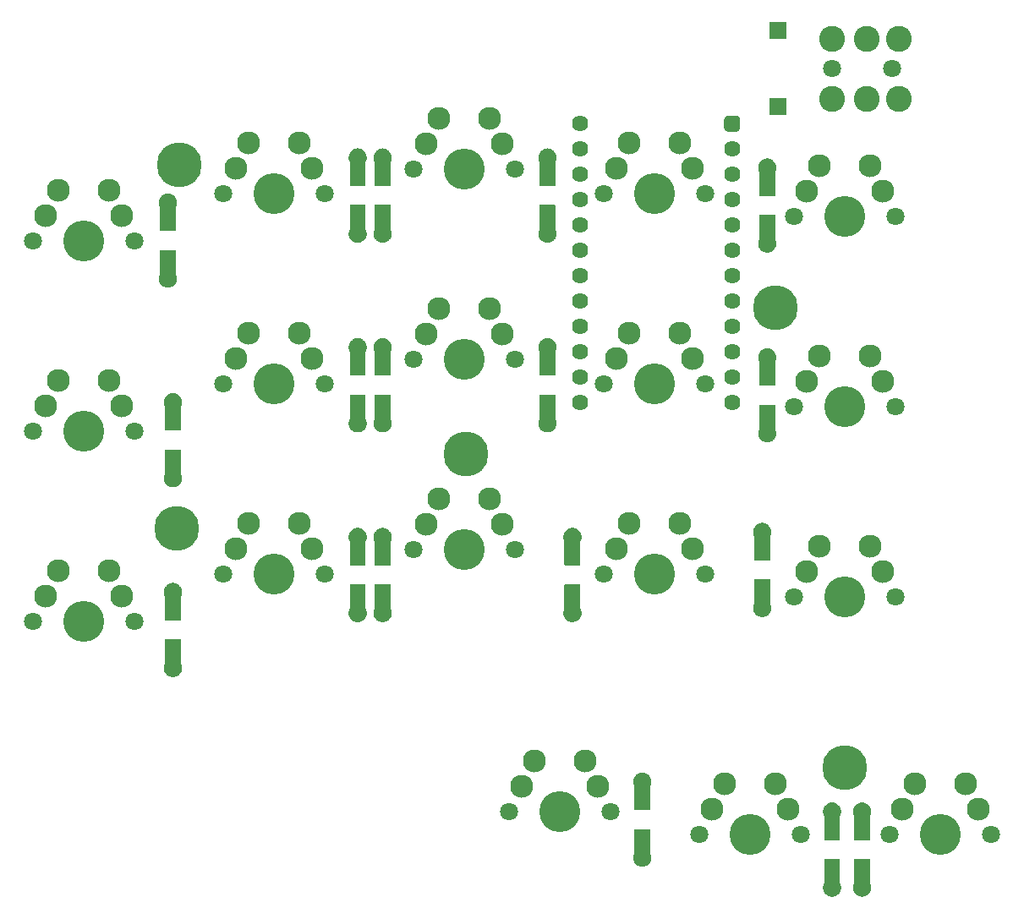
<source format=gbr>
%TF.GenerationSoftware,KiCad,Pcbnew,(5.1.6)-1*%
%TF.CreationDate,2020-08-26T09:56:27+01:00*%
%TF.ProjectId,Fission,46697373-696f-46e2-9e6b-696361645f70,rev?*%
%TF.SameCoordinates,Original*%
%TF.FileFunction,Soldermask,Top*%
%TF.FilePolarity,Negative*%
%FSLAX46Y46*%
G04 Gerber Fmt 4.6, Leading zero omitted, Abs format (unit mm)*
G04 Created by KiCad (PCBNEW (5.1.6)-1) date 2020-08-26 09:56:27*
%MOMM*%
%LPD*%
G01*
G04 APERTURE LIST*
%ADD10C,0.800000*%
%ADD11C,4.500000*%
%ADD12C,0.100000*%
%ADD13R,1.800000X1.800000*%
%ADD14C,1.800000*%
%ADD15C,2.600000*%
%ADD16C,1.624000*%
%ADD17C,2.300000*%
%ADD18C,4.100000*%
G04 APERTURE END LIST*
D10*
%TO.C,H5*%
X129466726Y-129833274D03*
X128300000Y-129350000D03*
X127133274Y-129833274D03*
X126650000Y-131000000D03*
X127133274Y-132166726D03*
X128300000Y-132650000D03*
X129466726Y-132166726D03*
X129950000Y-131000000D03*
D11*
X128300000Y-131000000D03*
%TD*%
D12*
%TO.C,D18*%
G36*
X130047001Y-134473274D02*
G01*
X130130796Y-134481528D01*
X130135649Y-134482248D01*
X130218231Y-134498674D01*
X130222991Y-134499866D01*
X130303565Y-134524308D01*
X130308185Y-134525961D01*
X130385976Y-134558183D01*
X130390412Y-134560281D01*
X130464670Y-134599973D01*
X130468878Y-134602495D01*
X130538888Y-134649274D01*
X130542830Y-134652197D01*
X130607918Y-134705613D01*
X130611553Y-134708909D01*
X130671091Y-134768447D01*
X130674387Y-134772082D01*
X130727803Y-134837170D01*
X130730726Y-134841112D01*
X130777505Y-134911122D01*
X130780027Y-134915330D01*
X130819719Y-134989588D01*
X130821817Y-134994024D01*
X130854039Y-135071815D01*
X130855692Y-135076435D01*
X130880134Y-135157009D01*
X130881326Y-135161769D01*
X130897752Y-135244351D01*
X130898472Y-135249204D01*
X130906726Y-135332999D01*
X130906967Y-135337900D01*
X130906967Y-135422100D01*
X130906726Y-135427001D01*
X130898472Y-135510796D01*
X130897752Y-135515649D01*
X130881326Y-135598231D01*
X130880134Y-135602991D01*
X130855692Y-135683565D01*
X130854039Y-135688185D01*
X130821817Y-135765976D01*
X130819719Y-135770412D01*
X130800000Y-135807303D01*
X130800000Y-138190000D01*
X130799039Y-138199755D01*
X130796194Y-138209134D01*
X130791573Y-138217779D01*
X130785355Y-138225355D01*
X130777779Y-138231573D01*
X130769134Y-138236194D01*
X130759755Y-138239039D01*
X130750000Y-138240000D01*
X129250000Y-138240000D01*
X129240245Y-138239039D01*
X129230866Y-138236194D01*
X129222221Y-138231573D01*
X129214645Y-138225355D01*
X129208427Y-138217779D01*
X129203806Y-138209134D01*
X129200961Y-138199755D01*
X129200000Y-138190000D01*
X129200000Y-135807303D01*
X129180281Y-135770412D01*
X129178183Y-135765976D01*
X129145961Y-135688185D01*
X129144308Y-135683565D01*
X129119866Y-135602991D01*
X129118674Y-135598231D01*
X129102248Y-135515649D01*
X129101528Y-135510796D01*
X129093274Y-135427001D01*
X129093033Y-135422100D01*
X129093033Y-135337900D01*
X129093274Y-135332999D01*
X129101528Y-135249204D01*
X129102248Y-135244351D01*
X129118674Y-135161769D01*
X129119866Y-135157009D01*
X129144308Y-135076435D01*
X129145961Y-135071815D01*
X129178183Y-134994024D01*
X129180281Y-134989588D01*
X129219973Y-134915330D01*
X129222495Y-134911122D01*
X129269274Y-134841112D01*
X129272197Y-134837170D01*
X129325613Y-134772082D01*
X129328909Y-134768447D01*
X129388447Y-134708909D01*
X129392082Y-134705613D01*
X129457170Y-134652197D01*
X129461112Y-134649274D01*
X129531122Y-134602495D01*
X129535330Y-134599973D01*
X129609588Y-134560281D01*
X129614024Y-134558183D01*
X129691815Y-134525961D01*
X129696435Y-134524308D01*
X129777009Y-134499866D01*
X129781769Y-134498674D01*
X129864351Y-134482248D01*
X129869204Y-134481528D01*
X129952999Y-134473274D01*
X129957900Y-134473033D01*
X130042100Y-134473033D01*
X130047001Y-134473274D01*
G37*
G36*
X129952999Y-143906726D02*
G01*
X129869204Y-143898472D01*
X129864351Y-143897752D01*
X129781769Y-143881326D01*
X129777009Y-143880134D01*
X129696435Y-143855692D01*
X129691815Y-143854039D01*
X129614024Y-143821817D01*
X129609588Y-143819719D01*
X129535330Y-143780027D01*
X129531122Y-143777505D01*
X129461112Y-143730726D01*
X129457170Y-143727803D01*
X129392082Y-143674387D01*
X129388447Y-143671091D01*
X129328909Y-143611553D01*
X129325613Y-143607918D01*
X129272197Y-143542830D01*
X129269274Y-143538888D01*
X129222495Y-143468878D01*
X129219973Y-143464670D01*
X129180281Y-143390412D01*
X129178183Y-143385976D01*
X129145961Y-143308185D01*
X129144308Y-143303565D01*
X129119866Y-143222991D01*
X129118674Y-143218231D01*
X129102248Y-143135649D01*
X129101528Y-143130796D01*
X129093274Y-143047001D01*
X129093033Y-143042100D01*
X129093033Y-142957900D01*
X129093274Y-142952999D01*
X129101528Y-142869204D01*
X129102248Y-142864351D01*
X129118674Y-142781769D01*
X129119866Y-142777009D01*
X129144308Y-142696435D01*
X129145961Y-142691815D01*
X129178183Y-142614024D01*
X129180281Y-142609588D01*
X129200000Y-142572697D01*
X129200000Y-140190000D01*
X129200961Y-140180245D01*
X129203806Y-140170866D01*
X129208427Y-140162221D01*
X129214645Y-140154645D01*
X129222221Y-140148427D01*
X129230866Y-140143806D01*
X129240245Y-140140961D01*
X129250000Y-140140000D01*
X130750000Y-140140000D01*
X130759755Y-140140961D01*
X130769134Y-140143806D01*
X130777779Y-140148427D01*
X130785355Y-140154645D01*
X130791573Y-140162221D01*
X130796194Y-140170866D01*
X130799039Y-140180245D01*
X130800000Y-140190000D01*
X130800000Y-142572697D01*
X130819719Y-142609588D01*
X130821817Y-142614024D01*
X130854039Y-142691815D01*
X130855692Y-142696435D01*
X130880134Y-142777009D01*
X130881326Y-142781769D01*
X130897752Y-142864351D01*
X130898472Y-142869204D01*
X130906726Y-142952999D01*
X130906967Y-142957900D01*
X130906967Y-143042100D01*
X130906726Y-143047001D01*
X130898472Y-143130796D01*
X130897752Y-143135649D01*
X130881326Y-143218231D01*
X130880134Y-143222991D01*
X130855692Y-143303565D01*
X130854039Y-143308185D01*
X130821817Y-143385976D01*
X130819719Y-143390412D01*
X130780027Y-143464670D01*
X130777505Y-143468878D01*
X130730726Y-143538888D01*
X130727803Y-143542830D01*
X130674387Y-143607918D01*
X130671091Y-143611553D01*
X130611553Y-143671091D01*
X130607918Y-143674387D01*
X130542830Y-143727803D01*
X130538888Y-143730726D01*
X130468878Y-143777505D01*
X130464670Y-143780027D01*
X130390412Y-143819719D01*
X130385976Y-143821817D01*
X130308185Y-143854039D01*
X130303565Y-143855692D01*
X130222991Y-143880134D01*
X130218231Y-143881326D01*
X130135649Y-143897752D01*
X130130796Y-143898472D01*
X130047001Y-143906726D01*
X130042100Y-143906967D01*
X129957900Y-143906967D01*
X129952999Y-143906726D01*
G37*
%TD*%
%TO.C,D17*%
G36*
X127047001Y-134473274D02*
G01*
X127130796Y-134481528D01*
X127135649Y-134482248D01*
X127218231Y-134498674D01*
X127222991Y-134499866D01*
X127303565Y-134524308D01*
X127308185Y-134525961D01*
X127385976Y-134558183D01*
X127390412Y-134560281D01*
X127464670Y-134599973D01*
X127468878Y-134602495D01*
X127538888Y-134649274D01*
X127542830Y-134652197D01*
X127607918Y-134705613D01*
X127611553Y-134708909D01*
X127671091Y-134768447D01*
X127674387Y-134772082D01*
X127727803Y-134837170D01*
X127730726Y-134841112D01*
X127777505Y-134911122D01*
X127780027Y-134915330D01*
X127819719Y-134989588D01*
X127821817Y-134994024D01*
X127854039Y-135071815D01*
X127855692Y-135076435D01*
X127880134Y-135157009D01*
X127881326Y-135161769D01*
X127897752Y-135244351D01*
X127898472Y-135249204D01*
X127906726Y-135332999D01*
X127906967Y-135337900D01*
X127906967Y-135422100D01*
X127906726Y-135427001D01*
X127898472Y-135510796D01*
X127897752Y-135515649D01*
X127881326Y-135598231D01*
X127880134Y-135602991D01*
X127855692Y-135683565D01*
X127854039Y-135688185D01*
X127821817Y-135765976D01*
X127819719Y-135770412D01*
X127800000Y-135807303D01*
X127800000Y-138190000D01*
X127799039Y-138199755D01*
X127796194Y-138209134D01*
X127791573Y-138217779D01*
X127785355Y-138225355D01*
X127777779Y-138231573D01*
X127769134Y-138236194D01*
X127759755Y-138239039D01*
X127750000Y-138240000D01*
X126250000Y-138240000D01*
X126240245Y-138239039D01*
X126230866Y-138236194D01*
X126222221Y-138231573D01*
X126214645Y-138225355D01*
X126208427Y-138217779D01*
X126203806Y-138209134D01*
X126200961Y-138199755D01*
X126200000Y-138190000D01*
X126200000Y-135807303D01*
X126180281Y-135770412D01*
X126178183Y-135765976D01*
X126145961Y-135688185D01*
X126144308Y-135683565D01*
X126119866Y-135602991D01*
X126118674Y-135598231D01*
X126102248Y-135515649D01*
X126101528Y-135510796D01*
X126093274Y-135427001D01*
X126093033Y-135422100D01*
X126093033Y-135337900D01*
X126093274Y-135332999D01*
X126101528Y-135249204D01*
X126102248Y-135244351D01*
X126118674Y-135161769D01*
X126119866Y-135157009D01*
X126144308Y-135076435D01*
X126145961Y-135071815D01*
X126178183Y-134994024D01*
X126180281Y-134989588D01*
X126219973Y-134915330D01*
X126222495Y-134911122D01*
X126269274Y-134841112D01*
X126272197Y-134837170D01*
X126325613Y-134772082D01*
X126328909Y-134768447D01*
X126388447Y-134708909D01*
X126392082Y-134705613D01*
X126457170Y-134652197D01*
X126461112Y-134649274D01*
X126531122Y-134602495D01*
X126535330Y-134599973D01*
X126609588Y-134560281D01*
X126614024Y-134558183D01*
X126691815Y-134525961D01*
X126696435Y-134524308D01*
X126777009Y-134499866D01*
X126781769Y-134498674D01*
X126864351Y-134482248D01*
X126869204Y-134481528D01*
X126952999Y-134473274D01*
X126957900Y-134473033D01*
X127042100Y-134473033D01*
X127047001Y-134473274D01*
G37*
G36*
X126952999Y-143906726D02*
G01*
X126869204Y-143898472D01*
X126864351Y-143897752D01*
X126781769Y-143881326D01*
X126777009Y-143880134D01*
X126696435Y-143855692D01*
X126691815Y-143854039D01*
X126614024Y-143821817D01*
X126609588Y-143819719D01*
X126535330Y-143780027D01*
X126531122Y-143777505D01*
X126461112Y-143730726D01*
X126457170Y-143727803D01*
X126392082Y-143674387D01*
X126388447Y-143671091D01*
X126328909Y-143611553D01*
X126325613Y-143607918D01*
X126272197Y-143542830D01*
X126269274Y-143538888D01*
X126222495Y-143468878D01*
X126219973Y-143464670D01*
X126180281Y-143390412D01*
X126178183Y-143385976D01*
X126145961Y-143308185D01*
X126144308Y-143303565D01*
X126119866Y-143222991D01*
X126118674Y-143218231D01*
X126102248Y-143135649D01*
X126101528Y-143130796D01*
X126093274Y-143047001D01*
X126093033Y-143042100D01*
X126093033Y-142957900D01*
X126093274Y-142952999D01*
X126101528Y-142869204D01*
X126102248Y-142864351D01*
X126118674Y-142781769D01*
X126119866Y-142777009D01*
X126144308Y-142696435D01*
X126145961Y-142691815D01*
X126178183Y-142614024D01*
X126180281Y-142609588D01*
X126200000Y-142572697D01*
X126200000Y-140190000D01*
X126200961Y-140180245D01*
X126203806Y-140170866D01*
X126208427Y-140162221D01*
X126214645Y-140154645D01*
X126222221Y-140148427D01*
X126230866Y-140143806D01*
X126240245Y-140140961D01*
X126250000Y-140140000D01*
X127750000Y-140140000D01*
X127759755Y-140140961D01*
X127769134Y-140143806D01*
X127777779Y-140148427D01*
X127785355Y-140154645D01*
X127791573Y-140162221D01*
X127796194Y-140170866D01*
X127799039Y-140180245D01*
X127800000Y-140190000D01*
X127800000Y-142572697D01*
X127819719Y-142609588D01*
X127821817Y-142614024D01*
X127854039Y-142691815D01*
X127855692Y-142696435D01*
X127880134Y-142777009D01*
X127881326Y-142781769D01*
X127897752Y-142864351D01*
X127898472Y-142869204D01*
X127906726Y-142952999D01*
X127906967Y-142957900D01*
X127906967Y-143042100D01*
X127906726Y-143047001D01*
X127898472Y-143130796D01*
X127897752Y-143135649D01*
X127881326Y-143218231D01*
X127880134Y-143222991D01*
X127855692Y-143303565D01*
X127854039Y-143308185D01*
X127821817Y-143385976D01*
X127819719Y-143390412D01*
X127780027Y-143464670D01*
X127777505Y-143468878D01*
X127730726Y-143538888D01*
X127727803Y-143542830D01*
X127674387Y-143607918D01*
X127671091Y-143611553D01*
X127611553Y-143671091D01*
X127607918Y-143674387D01*
X127542830Y-143727803D01*
X127538888Y-143730726D01*
X127468878Y-143777505D01*
X127464670Y-143780027D01*
X127390412Y-143819719D01*
X127385976Y-143821817D01*
X127308185Y-143854039D01*
X127303565Y-143855692D01*
X127222991Y-143880134D01*
X127218231Y-143881326D01*
X127135649Y-143897752D01*
X127130796Y-143898472D01*
X127047001Y-143906726D01*
X127042100Y-143906967D01*
X126957900Y-143906967D01*
X126952999Y-143906726D01*
G37*
%TD*%
%TO.C,D16*%
G36*
X108047001Y-131473274D02*
G01*
X108130796Y-131481528D01*
X108135649Y-131482248D01*
X108218231Y-131498674D01*
X108222991Y-131499866D01*
X108303565Y-131524308D01*
X108308185Y-131525961D01*
X108385976Y-131558183D01*
X108390412Y-131560281D01*
X108464670Y-131599973D01*
X108468878Y-131602495D01*
X108538888Y-131649274D01*
X108542830Y-131652197D01*
X108607918Y-131705613D01*
X108611553Y-131708909D01*
X108671091Y-131768447D01*
X108674387Y-131772082D01*
X108727803Y-131837170D01*
X108730726Y-131841112D01*
X108777505Y-131911122D01*
X108780027Y-131915330D01*
X108819719Y-131989588D01*
X108821817Y-131994024D01*
X108854039Y-132071815D01*
X108855692Y-132076435D01*
X108880134Y-132157009D01*
X108881326Y-132161769D01*
X108897752Y-132244351D01*
X108898472Y-132249204D01*
X108906726Y-132332999D01*
X108906967Y-132337900D01*
X108906967Y-132422100D01*
X108906726Y-132427001D01*
X108898472Y-132510796D01*
X108897752Y-132515649D01*
X108881326Y-132598231D01*
X108880134Y-132602991D01*
X108855692Y-132683565D01*
X108854039Y-132688185D01*
X108821817Y-132765976D01*
X108819719Y-132770412D01*
X108800000Y-132807303D01*
X108800000Y-135190000D01*
X108799039Y-135199755D01*
X108796194Y-135209134D01*
X108791573Y-135217779D01*
X108785355Y-135225355D01*
X108777779Y-135231573D01*
X108769134Y-135236194D01*
X108759755Y-135239039D01*
X108750000Y-135240000D01*
X107250000Y-135240000D01*
X107240245Y-135239039D01*
X107230866Y-135236194D01*
X107222221Y-135231573D01*
X107214645Y-135225355D01*
X107208427Y-135217779D01*
X107203806Y-135209134D01*
X107200961Y-135199755D01*
X107200000Y-135190000D01*
X107200000Y-132807303D01*
X107180281Y-132770412D01*
X107178183Y-132765976D01*
X107145961Y-132688185D01*
X107144308Y-132683565D01*
X107119866Y-132602991D01*
X107118674Y-132598231D01*
X107102248Y-132515649D01*
X107101528Y-132510796D01*
X107093274Y-132427001D01*
X107093033Y-132422100D01*
X107093033Y-132337900D01*
X107093274Y-132332999D01*
X107101528Y-132249204D01*
X107102248Y-132244351D01*
X107118674Y-132161769D01*
X107119866Y-132157009D01*
X107144308Y-132076435D01*
X107145961Y-132071815D01*
X107178183Y-131994024D01*
X107180281Y-131989588D01*
X107219973Y-131915330D01*
X107222495Y-131911122D01*
X107269274Y-131841112D01*
X107272197Y-131837170D01*
X107325613Y-131772082D01*
X107328909Y-131768447D01*
X107388447Y-131708909D01*
X107392082Y-131705613D01*
X107457170Y-131652197D01*
X107461112Y-131649274D01*
X107531122Y-131602495D01*
X107535330Y-131599973D01*
X107609588Y-131560281D01*
X107614024Y-131558183D01*
X107691815Y-131525961D01*
X107696435Y-131524308D01*
X107777009Y-131499866D01*
X107781769Y-131498674D01*
X107864351Y-131482248D01*
X107869204Y-131481528D01*
X107952999Y-131473274D01*
X107957900Y-131473033D01*
X108042100Y-131473033D01*
X108047001Y-131473274D01*
G37*
G36*
X107952999Y-140906726D02*
G01*
X107869204Y-140898472D01*
X107864351Y-140897752D01*
X107781769Y-140881326D01*
X107777009Y-140880134D01*
X107696435Y-140855692D01*
X107691815Y-140854039D01*
X107614024Y-140821817D01*
X107609588Y-140819719D01*
X107535330Y-140780027D01*
X107531122Y-140777505D01*
X107461112Y-140730726D01*
X107457170Y-140727803D01*
X107392082Y-140674387D01*
X107388447Y-140671091D01*
X107328909Y-140611553D01*
X107325613Y-140607918D01*
X107272197Y-140542830D01*
X107269274Y-140538888D01*
X107222495Y-140468878D01*
X107219973Y-140464670D01*
X107180281Y-140390412D01*
X107178183Y-140385976D01*
X107145961Y-140308185D01*
X107144308Y-140303565D01*
X107119866Y-140222991D01*
X107118674Y-140218231D01*
X107102248Y-140135649D01*
X107101528Y-140130796D01*
X107093274Y-140047001D01*
X107093033Y-140042100D01*
X107093033Y-139957900D01*
X107093274Y-139952999D01*
X107101528Y-139869204D01*
X107102248Y-139864351D01*
X107118674Y-139781769D01*
X107119866Y-139777009D01*
X107144308Y-139696435D01*
X107145961Y-139691815D01*
X107178183Y-139614024D01*
X107180281Y-139609588D01*
X107200000Y-139572697D01*
X107200000Y-137190000D01*
X107200961Y-137180245D01*
X107203806Y-137170866D01*
X107208427Y-137162221D01*
X107214645Y-137154645D01*
X107222221Y-137148427D01*
X107230866Y-137143806D01*
X107240245Y-137140961D01*
X107250000Y-137140000D01*
X108750000Y-137140000D01*
X108759755Y-137140961D01*
X108769134Y-137143806D01*
X108777779Y-137148427D01*
X108785355Y-137154645D01*
X108791573Y-137162221D01*
X108796194Y-137170866D01*
X108799039Y-137180245D01*
X108800000Y-137190000D01*
X108800000Y-139572697D01*
X108819719Y-139609588D01*
X108821817Y-139614024D01*
X108854039Y-139691815D01*
X108855692Y-139696435D01*
X108880134Y-139777009D01*
X108881326Y-139781769D01*
X108897752Y-139864351D01*
X108898472Y-139869204D01*
X108906726Y-139952999D01*
X108906967Y-139957900D01*
X108906967Y-140042100D01*
X108906726Y-140047001D01*
X108898472Y-140130796D01*
X108897752Y-140135649D01*
X108881326Y-140218231D01*
X108880134Y-140222991D01*
X108855692Y-140303565D01*
X108854039Y-140308185D01*
X108821817Y-140385976D01*
X108819719Y-140390412D01*
X108780027Y-140464670D01*
X108777505Y-140468878D01*
X108730726Y-140538888D01*
X108727803Y-140542830D01*
X108674387Y-140607918D01*
X108671091Y-140611553D01*
X108611553Y-140671091D01*
X108607918Y-140674387D01*
X108542830Y-140727803D01*
X108538888Y-140730726D01*
X108468878Y-140777505D01*
X108464670Y-140780027D01*
X108390412Y-140819719D01*
X108385976Y-140821817D01*
X108308185Y-140854039D01*
X108303565Y-140855692D01*
X108222991Y-140880134D01*
X108218231Y-140881326D01*
X108135649Y-140897752D01*
X108130796Y-140898472D01*
X108047001Y-140906726D01*
X108042100Y-140906967D01*
X107957900Y-140906967D01*
X107952999Y-140906726D01*
G37*
%TD*%
%TO.C,D15*%
G36*
X120047001Y-106473274D02*
G01*
X120130796Y-106481528D01*
X120135649Y-106482248D01*
X120218231Y-106498674D01*
X120222991Y-106499866D01*
X120303565Y-106524308D01*
X120308185Y-106525961D01*
X120385976Y-106558183D01*
X120390412Y-106560281D01*
X120464670Y-106599973D01*
X120468878Y-106602495D01*
X120538888Y-106649274D01*
X120542830Y-106652197D01*
X120607918Y-106705613D01*
X120611553Y-106708909D01*
X120671091Y-106768447D01*
X120674387Y-106772082D01*
X120727803Y-106837170D01*
X120730726Y-106841112D01*
X120777505Y-106911122D01*
X120780027Y-106915330D01*
X120819719Y-106989588D01*
X120821817Y-106994024D01*
X120854039Y-107071815D01*
X120855692Y-107076435D01*
X120880134Y-107157009D01*
X120881326Y-107161769D01*
X120897752Y-107244351D01*
X120898472Y-107249204D01*
X120906726Y-107332999D01*
X120906967Y-107337900D01*
X120906967Y-107422100D01*
X120906726Y-107427001D01*
X120898472Y-107510796D01*
X120897752Y-107515649D01*
X120881326Y-107598231D01*
X120880134Y-107602991D01*
X120855692Y-107683565D01*
X120854039Y-107688185D01*
X120821817Y-107765976D01*
X120819719Y-107770412D01*
X120800000Y-107807303D01*
X120800000Y-110190000D01*
X120799039Y-110199755D01*
X120796194Y-110209134D01*
X120791573Y-110217779D01*
X120785355Y-110225355D01*
X120777779Y-110231573D01*
X120769134Y-110236194D01*
X120759755Y-110239039D01*
X120750000Y-110240000D01*
X119250000Y-110240000D01*
X119240245Y-110239039D01*
X119230866Y-110236194D01*
X119222221Y-110231573D01*
X119214645Y-110225355D01*
X119208427Y-110217779D01*
X119203806Y-110209134D01*
X119200961Y-110199755D01*
X119200000Y-110190000D01*
X119200000Y-107807303D01*
X119180281Y-107770412D01*
X119178183Y-107765976D01*
X119145961Y-107688185D01*
X119144308Y-107683565D01*
X119119866Y-107602991D01*
X119118674Y-107598231D01*
X119102248Y-107515649D01*
X119101528Y-107510796D01*
X119093274Y-107427001D01*
X119093033Y-107422100D01*
X119093033Y-107337900D01*
X119093274Y-107332999D01*
X119101528Y-107249204D01*
X119102248Y-107244351D01*
X119118674Y-107161769D01*
X119119866Y-107157009D01*
X119144308Y-107076435D01*
X119145961Y-107071815D01*
X119178183Y-106994024D01*
X119180281Y-106989588D01*
X119219973Y-106915330D01*
X119222495Y-106911122D01*
X119269274Y-106841112D01*
X119272197Y-106837170D01*
X119325613Y-106772082D01*
X119328909Y-106768447D01*
X119388447Y-106708909D01*
X119392082Y-106705613D01*
X119457170Y-106652197D01*
X119461112Y-106649274D01*
X119531122Y-106602495D01*
X119535330Y-106599973D01*
X119609588Y-106560281D01*
X119614024Y-106558183D01*
X119691815Y-106525961D01*
X119696435Y-106524308D01*
X119777009Y-106499866D01*
X119781769Y-106498674D01*
X119864351Y-106482248D01*
X119869204Y-106481528D01*
X119952999Y-106473274D01*
X119957900Y-106473033D01*
X120042100Y-106473033D01*
X120047001Y-106473274D01*
G37*
G36*
X119952999Y-115906726D02*
G01*
X119869204Y-115898472D01*
X119864351Y-115897752D01*
X119781769Y-115881326D01*
X119777009Y-115880134D01*
X119696435Y-115855692D01*
X119691815Y-115854039D01*
X119614024Y-115821817D01*
X119609588Y-115819719D01*
X119535330Y-115780027D01*
X119531122Y-115777505D01*
X119461112Y-115730726D01*
X119457170Y-115727803D01*
X119392082Y-115674387D01*
X119388447Y-115671091D01*
X119328909Y-115611553D01*
X119325613Y-115607918D01*
X119272197Y-115542830D01*
X119269274Y-115538888D01*
X119222495Y-115468878D01*
X119219973Y-115464670D01*
X119180281Y-115390412D01*
X119178183Y-115385976D01*
X119145961Y-115308185D01*
X119144308Y-115303565D01*
X119119866Y-115222991D01*
X119118674Y-115218231D01*
X119102248Y-115135649D01*
X119101528Y-115130796D01*
X119093274Y-115047001D01*
X119093033Y-115042100D01*
X119093033Y-114957900D01*
X119093274Y-114952999D01*
X119101528Y-114869204D01*
X119102248Y-114864351D01*
X119118674Y-114781769D01*
X119119866Y-114777009D01*
X119144308Y-114696435D01*
X119145961Y-114691815D01*
X119178183Y-114614024D01*
X119180281Y-114609588D01*
X119200000Y-114572697D01*
X119200000Y-112190000D01*
X119200961Y-112180245D01*
X119203806Y-112170866D01*
X119208427Y-112162221D01*
X119214645Y-112154645D01*
X119222221Y-112148427D01*
X119230866Y-112143806D01*
X119240245Y-112140961D01*
X119250000Y-112140000D01*
X120750000Y-112140000D01*
X120759755Y-112140961D01*
X120769134Y-112143806D01*
X120777779Y-112148427D01*
X120785355Y-112154645D01*
X120791573Y-112162221D01*
X120796194Y-112170866D01*
X120799039Y-112180245D01*
X120800000Y-112190000D01*
X120800000Y-114572697D01*
X120819719Y-114609588D01*
X120821817Y-114614024D01*
X120854039Y-114691815D01*
X120855692Y-114696435D01*
X120880134Y-114777009D01*
X120881326Y-114781769D01*
X120897752Y-114864351D01*
X120898472Y-114869204D01*
X120906726Y-114952999D01*
X120906967Y-114957900D01*
X120906967Y-115042100D01*
X120906726Y-115047001D01*
X120898472Y-115130796D01*
X120897752Y-115135649D01*
X120881326Y-115218231D01*
X120880134Y-115222991D01*
X120855692Y-115303565D01*
X120854039Y-115308185D01*
X120821817Y-115385976D01*
X120819719Y-115390412D01*
X120780027Y-115464670D01*
X120777505Y-115468878D01*
X120730726Y-115538888D01*
X120727803Y-115542830D01*
X120674387Y-115607918D01*
X120671091Y-115611553D01*
X120611553Y-115671091D01*
X120607918Y-115674387D01*
X120542830Y-115727803D01*
X120538888Y-115730726D01*
X120468878Y-115777505D01*
X120464670Y-115780027D01*
X120390412Y-115819719D01*
X120385976Y-115821817D01*
X120308185Y-115854039D01*
X120303565Y-115855692D01*
X120222991Y-115880134D01*
X120218231Y-115881326D01*
X120135649Y-115897752D01*
X120130796Y-115898472D01*
X120047001Y-115906726D01*
X120042100Y-115906967D01*
X119957900Y-115906967D01*
X119952999Y-115906726D01*
G37*
%TD*%
%TO.C,D14*%
G36*
X101047001Y-106973274D02*
G01*
X101130796Y-106981528D01*
X101135649Y-106982248D01*
X101218231Y-106998674D01*
X101222991Y-106999866D01*
X101303565Y-107024308D01*
X101308185Y-107025961D01*
X101385976Y-107058183D01*
X101390412Y-107060281D01*
X101464670Y-107099973D01*
X101468878Y-107102495D01*
X101538888Y-107149274D01*
X101542830Y-107152197D01*
X101607918Y-107205613D01*
X101611553Y-107208909D01*
X101671091Y-107268447D01*
X101674387Y-107272082D01*
X101727803Y-107337170D01*
X101730726Y-107341112D01*
X101777505Y-107411122D01*
X101780027Y-107415330D01*
X101819719Y-107489588D01*
X101821817Y-107494024D01*
X101854039Y-107571815D01*
X101855692Y-107576435D01*
X101880134Y-107657009D01*
X101881326Y-107661769D01*
X101897752Y-107744351D01*
X101898472Y-107749204D01*
X101906726Y-107832999D01*
X101906967Y-107837900D01*
X101906967Y-107922100D01*
X101906726Y-107927001D01*
X101898472Y-108010796D01*
X101897752Y-108015649D01*
X101881326Y-108098231D01*
X101880134Y-108102991D01*
X101855692Y-108183565D01*
X101854039Y-108188185D01*
X101821817Y-108265976D01*
X101819719Y-108270412D01*
X101800000Y-108307303D01*
X101800000Y-110690000D01*
X101799039Y-110699755D01*
X101796194Y-110709134D01*
X101791573Y-110717779D01*
X101785355Y-110725355D01*
X101777779Y-110731573D01*
X101769134Y-110736194D01*
X101759755Y-110739039D01*
X101750000Y-110740000D01*
X100250000Y-110740000D01*
X100240245Y-110739039D01*
X100230866Y-110736194D01*
X100222221Y-110731573D01*
X100214645Y-110725355D01*
X100208427Y-110717779D01*
X100203806Y-110709134D01*
X100200961Y-110699755D01*
X100200000Y-110690000D01*
X100200000Y-108307303D01*
X100180281Y-108270412D01*
X100178183Y-108265976D01*
X100145961Y-108188185D01*
X100144308Y-108183565D01*
X100119866Y-108102991D01*
X100118674Y-108098231D01*
X100102248Y-108015649D01*
X100101528Y-108010796D01*
X100093274Y-107927001D01*
X100093033Y-107922100D01*
X100093033Y-107837900D01*
X100093274Y-107832999D01*
X100101528Y-107749204D01*
X100102248Y-107744351D01*
X100118674Y-107661769D01*
X100119866Y-107657009D01*
X100144308Y-107576435D01*
X100145961Y-107571815D01*
X100178183Y-107494024D01*
X100180281Y-107489588D01*
X100219973Y-107415330D01*
X100222495Y-107411122D01*
X100269274Y-107341112D01*
X100272197Y-107337170D01*
X100325613Y-107272082D01*
X100328909Y-107268447D01*
X100388447Y-107208909D01*
X100392082Y-107205613D01*
X100457170Y-107152197D01*
X100461112Y-107149274D01*
X100531122Y-107102495D01*
X100535330Y-107099973D01*
X100609588Y-107060281D01*
X100614024Y-107058183D01*
X100691815Y-107025961D01*
X100696435Y-107024308D01*
X100777009Y-106999866D01*
X100781769Y-106998674D01*
X100864351Y-106982248D01*
X100869204Y-106981528D01*
X100952999Y-106973274D01*
X100957900Y-106973033D01*
X101042100Y-106973033D01*
X101047001Y-106973274D01*
G37*
G36*
X100952999Y-116406726D02*
G01*
X100869204Y-116398472D01*
X100864351Y-116397752D01*
X100781769Y-116381326D01*
X100777009Y-116380134D01*
X100696435Y-116355692D01*
X100691815Y-116354039D01*
X100614024Y-116321817D01*
X100609588Y-116319719D01*
X100535330Y-116280027D01*
X100531122Y-116277505D01*
X100461112Y-116230726D01*
X100457170Y-116227803D01*
X100392082Y-116174387D01*
X100388447Y-116171091D01*
X100328909Y-116111553D01*
X100325613Y-116107918D01*
X100272197Y-116042830D01*
X100269274Y-116038888D01*
X100222495Y-115968878D01*
X100219973Y-115964670D01*
X100180281Y-115890412D01*
X100178183Y-115885976D01*
X100145961Y-115808185D01*
X100144308Y-115803565D01*
X100119866Y-115722991D01*
X100118674Y-115718231D01*
X100102248Y-115635649D01*
X100101528Y-115630796D01*
X100093274Y-115547001D01*
X100093033Y-115542100D01*
X100093033Y-115457900D01*
X100093274Y-115452999D01*
X100101528Y-115369204D01*
X100102248Y-115364351D01*
X100118674Y-115281769D01*
X100119866Y-115277009D01*
X100144308Y-115196435D01*
X100145961Y-115191815D01*
X100178183Y-115114024D01*
X100180281Y-115109588D01*
X100200000Y-115072697D01*
X100200000Y-112690000D01*
X100200961Y-112680245D01*
X100203806Y-112670866D01*
X100208427Y-112662221D01*
X100214645Y-112654645D01*
X100222221Y-112648427D01*
X100230866Y-112643806D01*
X100240245Y-112640961D01*
X100250000Y-112640000D01*
X101750000Y-112640000D01*
X101759755Y-112640961D01*
X101769134Y-112643806D01*
X101777779Y-112648427D01*
X101785355Y-112654645D01*
X101791573Y-112662221D01*
X101796194Y-112670866D01*
X101799039Y-112680245D01*
X101800000Y-112690000D01*
X101800000Y-115072697D01*
X101819719Y-115109588D01*
X101821817Y-115114024D01*
X101854039Y-115191815D01*
X101855692Y-115196435D01*
X101880134Y-115277009D01*
X101881326Y-115281769D01*
X101897752Y-115364351D01*
X101898472Y-115369204D01*
X101906726Y-115452999D01*
X101906967Y-115457900D01*
X101906967Y-115542100D01*
X101906726Y-115547001D01*
X101898472Y-115630796D01*
X101897752Y-115635649D01*
X101881326Y-115718231D01*
X101880134Y-115722991D01*
X101855692Y-115803565D01*
X101854039Y-115808185D01*
X101821817Y-115885976D01*
X101819719Y-115890412D01*
X101780027Y-115964670D01*
X101777505Y-115968878D01*
X101730726Y-116038888D01*
X101727803Y-116042830D01*
X101674387Y-116107918D01*
X101671091Y-116111553D01*
X101611553Y-116171091D01*
X101607918Y-116174387D01*
X101542830Y-116227803D01*
X101538888Y-116230726D01*
X101468878Y-116277505D01*
X101464670Y-116280027D01*
X101390412Y-116319719D01*
X101385976Y-116321817D01*
X101308185Y-116354039D01*
X101303565Y-116355692D01*
X101222991Y-116380134D01*
X101218231Y-116381326D01*
X101135649Y-116397752D01*
X101130796Y-116398472D01*
X101047001Y-116406726D01*
X101042100Y-116406967D01*
X100957900Y-116406967D01*
X100952999Y-116406726D01*
G37*
%TD*%
%TO.C,D13*%
G36*
X82047001Y-106973274D02*
G01*
X82130796Y-106981528D01*
X82135649Y-106982248D01*
X82218231Y-106998674D01*
X82222991Y-106999866D01*
X82303565Y-107024308D01*
X82308185Y-107025961D01*
X82385976Y-107058183D01*
X82390412Y-107060281D01*
X82464670Y-107099973D01*
X82468878Y-107102495D01*
X82538888Y-107149274D01*
X82542830Y-107152197D01*
X82607918Y-107205613D01*
X82611553Y-107208909D01*
X82671091Y-107268447D01*
X82674387Y-107272082D01*
X82727803Y-107337170D01*
X82730726Y-107341112D01*
X82777505Y-107411122D01*
X82780027Y-107415330D01*
X82819719Y-107489588D01*
X82821817Y-107494024D01*
X82854039Y-107571815D01*
X82855692Y-107576435D01*
X82880134Y-107657009D01*
X82881326Y-107661769D01*
X82897752Y-107744351D01*
X82898472Y-107749204D01*
X82906726Y-107832999D01*
X82906967Y-107837900D01*
X82906967Y-107922100D01*
X82906726Y-107927001D01*
X82898472Y-108010796D01*
X82897752Y-108015649D01*
X82881326Y-108098231D01*
X82880134Y-108102991D01*
X82855692Y-108183565D01*
X82854039Y-108188185D01*
X82821817Y-108265976D01*
X82819719Y-108270412D01*
X82800000Y-108307303D01*
X82800000Y-110690000D01*
X82799039Y-110699755D01*
X82796194Y-110709134D01*
X82791573Y-110717779D01*
X82785355Y-110725355D01*
X82777779Y-110731573D01*
X82769134Y-110736194D01*
X82759755Y-110739039D01*
X82750000Y-110740000D01*
X81250000Y-110740000D01*
X81240245Y-110739039D01*
X81230866Y-110736194D01*
X81222221Y-110731573D01*
X81214645Y-110725355D01*
X81208427Y-110717779D01*
X81203806Y-110709134D01*
X81200961Y-110699755D01*
X81200000Y-110690000D01*
X81200000Y-108307303D01*
X81180281Y-108270412D01*
X81178183Y-108265976D01*
X81145961Y-108188185D01*
X81144308Y-108183565D01*
X81119866Y-108102991D01*
X81118674Y-108098231D01*
X81102248Y-108015649D01*
X81101528Y-108010796D01*
X81093274Y-107927001D01*
X81093033Y-107922100D01*
X81093033Y-107837900D01*
X81093274Y-107832999D01*
X81101528Y-107749204D01*
X81102248Y-107744351D01*
X81118674Y-107661769D01*
X81119866Y-107657009D01*
X81144308Y-107576435D01*
X81145961Y-107571815D01*
X81178183Y-107494024D01*
X81180281Y-107489588D01*
X81219973Y-107415330D01*
X81222495Y-107411122D01*
X81269274Y-107341112D01*
X81272197Y-107337170D01*
X81325613Y-107272082D01*
X81328909Y-107268447D01*
X81388447Y-107208909D01*
X81392082Y-107205613D01*
X81457170Y-107152197D01*
X81461112Y-107149274D01*
X81531122Y-107102495D01*
X81535330Y-107099973D01*
X81609588Y-107060281D01*
X81614024Y-107058183D01*
X81691815Y-107025961D01*
X81696435Y-107024308D01*
X81777009Y-106999866D01*
X81781769Y-106998674D01*
X81864351Y-106982248D01*
X81869204Y-106981528D01*
X81952999Y-106973274D01*
X81957900Y-106973033D01*
X82042100Y-106973033D01*
X82047001Y-106973274D01*
G37*
G36*
X81952999Y-116406726D02*
G01*
X81869204Y-116398472D01*
X81864351Y-116397752D01*
X81781769Y-116381326D01*
X81777009Y-116380134D01*
X81696435Y-116355692D01*
X81691815Y-116354039D01*
X81614024Y-116321817D01*
X81609588Y-116319719D01*
X81535330Y-116280027D01*
X81531122Y-116277505D01*
X81461112Y-116230726D01*
X81457170Y-116227803D01*
X81392082Y-116174387D01*
X81388447Y-116171091D01*
X81328909Y-116111553D01*
X81325613Y-116107918D01*
X81272197Y-116042830D01*
X81269274Y-116038888D01*
X81222495Y-115968878D01*
X81219973Y-115964670D01*
X81180281Y-115890412D01*
X81178183Y-115885976D01*
X81145961Y-115808185D01*
X81144308Y-115803565D01*
X81119866Y-115722991D01*
X81118674Y-115718231D01*
X81102248Y-115635649D01*
X81101528Y-115630796D01*
X81093274Y-115547001D01*
X81093033Y-115542100D01*
X81093033Y-115457900D01*
X81093274Y-115452999D01*
X81101528Y-115369204D01*
X81102248Y-115364351D01*
X81118674Y-115281769D01*
X81119866Y-115277009D01*
X81144308Y-115196435D01*
X81145961Y-115191815D01*
X81178183Y-115114024D01*
X81180281Y-115109588D01*
X81200000Y-115072697D01*
X81200000Y-112690000D01*
X81200961Y-112680245D01*
X81203806Y-112670866D01*
X81208427Y-112662221D01*
X81214645Y-112654645D01*
X81222221Y-112648427D01*
X81230866Y-112643806D01*
X81240245Y-112640961D01*
X81250000Y-112640000D01*
X82750000Y-112640000D01*
X82759755Y-112640961D01*
X82769134Y-112643806D01*
X82777779Y-112648427D01*
X82785355Y-112654645D01*
X82791573Y-112662221D01*
X82796194Y-112670866D01*
X82799039Y-112680245D01*
X82800000Y-112690000D01*
X82800000Y-115072697D01*
X82819719Y-115109588D01*
X82821817Y-115114024D01*
X82854039Y-115191815D01*
X82855692Y-115196435D01*
X82880134Y-115277009D01*
X82881326Y-115281769D01*
X82897752Y-115364351D01*
X82898472Y-115369204D01*
X82906726Y-115452999D01*
X82906967Y-115457900D01*
X82906967Y-115542100D01*
X82906726Y-115547001D01*
X82898472Y-115630796D01*
X82897752Y-115635649D01*
X82881326Y-115718231D01*
X82880134Y-115722991D01*
X82855692Y-115803565D01*
X82854039Y-115808185D01*
X82821817Y-115885976D01*
X82819719Y-115890412D01*
X82780027Y-115964670D01*
X82777505Y-115968878D01*
X82730726Y-116038888D01*
X82727803Y-116042830D01*
X82674387Y-116107918D01*
X82671091Y-116111553D01*
X82611553Y-116171091D01*
X82607918Y-116174387D01*
X82542830Y-116227803D01*
X82538888Y-116230726D01*
X82468878Y-116277505D01*
X82464670Y-116280027D01*
X82390412Y-116319719D01*
X82385976Y-116321817D01*
X82308185Y-116354039D01*
X82303565Y-116355692D01*
X82222991Y-116380134D01*
X82218231Y-116381326D01*
X82135649Y-116397752D01*
X82130796Y-116398472D01*
X82047001Y-116406726D01*
X82042100Y-116406967D01*
X81957900Y-116406967D01*
X81952999Y-116406726D01*
G37*
%TD*%
%TO.C,D12*%
G36*
X79547001Y-106973274D02*
G01*
X79630796Y-106981528D01*
X79635649Y-106982248D01*
X79718231Y-106998674D01*
X79722991Y-106999866D01*
X79803565Y-107024308D01*
X79808185Y-107025961D01*
X79885976Y-107058183D01*
X79890412Y-107060281D01*
X79964670Y-107099973D01*
X79968878Y-107102495D01*
X80038888Y-107149274D01*
X80042830Y-107152197D01*
X80107918Y-107205613D01*
X80111553Y-107208909D01*
X80171091Y-107268447D01*
X80174387Y-107272082D01*
X80227803Y-107337170D01*
X80230726Y-107341112D01*
X80277505Y-107411122D01*
X80280027Y-107415330D01*
X80319719Y-107489588D01*
X80321817Y-107494024D01*
X80354039Y-107571815D01*
X80355692Y-107576435D01*
X80380134Y-107657009D01*
X80381326Y-107661769D01*
X80397752Y-107744351D01*
X80398472Y-107749204D01*
X80406726Y-107832999D01*
X80406967Y-107837900D01*
X80406967Y-107922100D01*
X80406726Y-107927001D01*
X80398472Y-108010796D01*
X80397752Y-108015649D01*
X80381326Y-108098231D01*
X80380134Y-108102991D01*
X80355692Y-108183565D01*
X80354039Y-108188185D01*
X80321817Y-108265976D01*
X80319719Y-108270412D01*
X80300000Y-108307303D01*
X80300000Y-110690000D01*
X80299039Y-110699755D01*
X80296194Y-110709134D01*
X80291573Y-110717779D01*
X80285355Y-110725355D01*
X80277779Y-110731573D01*
X80269134Y-110736194D01*
X80259755Y-110739039D01*
X80250000Y-110740000D01*
X78750000Y-110740000D01*
X78740245Y-110739039D01*
X78730866Y-110736194D01*
X78722221Y-110731573D01*
X78714645Y-110725355D01*
X78708427Y-110717779D01*
X78703806Y-110709134D01*
X78700961Y-110699755D01*
X78700000Y-110690000D01*
X78700000Y-108307303D01*
X78680281Y-108270412D01*
X78678183Y-108265976D01*
X78645961Y-108188185D01*
X78644308Y-108183565D01*
X78619866Y-108102991D01*
X78618674Y-108098231D01*
X78602248Y-108015649D01*
X78601528Y-108010796D01*
X78593274Y-107927001D01*
X78593033Y-107922100D01*
X78593033Y-107837900D01*
X78593274Y-107832999D01*
X78601528Y-107749204D01*
X78602248Y-107744351D01*
X78618674Y-107661769D01*
X78619866Y-107657009D01*
X78644308Y-107576435D01*
X78645961Y-107571815D01*
X78678183Y-107494024D01*
X78680281Y-107489588D01*
X78719973Y-107415330D01*
X78722495Y-107411122D01*
X78769274Y-107341112D01*
X78772197Y-107337170D01*
X78825613Y-107272082D01*
X78828909Y-107268447D01*
X78888447Y-107208909D01*
X78892082Y-107205613D01*
X78957170Y-107152197D01*
X78961112Y-107149274D01*
X79031122Y-107102495D01*
X79035330Y-107099973D01*
X79109588Y-107060281D01*
X79114024Y-107058183D01*
X79191815Y-107025961D01*
X79196435Y-107024308D01*
X79277009Y-106999866D01*
X79281769Y-106998674D01*
X79364351Y-106982248D01*
X79369204Y-106981528D01*
X79452999Y-106973274D01*
X79457900Y-106973033D01*
X79542100Y-106973033D01*
X79547001Y-106973274D01*
G37*
G36*
X79452999Y-116406726D02*
G01*
X79369204Y-116398472D01*
X79364351Y-116397752D01*
X79281769Y-116381326D01*
X79277009Y-116380134D01*
X79196435Y-116355692D01*
X79191815Y-116354039D01*
X79114024Y-116321817D01*
X79109588Y-116319719D01*
X79035330Y-116280027D01*
X79031122Y-116277505D01*
X78961112Y-116230726D01*
X78957170Y-116227803D01*
X78892082Y-116174387D01*
X78888447Y-116171091D01*
X78828909Y-116111553D01*
X78825613Y-116107918D01*
X78772197Y-116042830D01*
X78769274Y-116038888D01*
X78722495Y-115968878D01*
X78719973Y-115964670D01*
X78680281Y-115890412D01*
X78678183Y-115885976D01*
X78645961Y-115808185D01*
X78644308Y-115803565D01*
X78619866Y-115722991D01*
X78618674Y-115718231D01*
X78602248Y-115635649D01*
X78601528Y-115630796D01*
X78593274Y-115547001D01*
X78593033Y-115542100D01*
X78593033Y-115457900D01*
X78593274Y-115452999D01*
X78601528Y-115369204D01*
X78602248Y-115364351D01*
X78618674Y-115281769D01*
X78619866Y-115277009D01*
X78644308Y-115196435D01*
X78645961Y-115191815D01*
X78678183Y-115114024D01*
X78680281Y-115109588D01*
X78700000Y-115072697D01*
X78700000Y-112690000D01*
X78700961Y-112680245D01*
X78703806Y-112670866D01*
X78708427Y-112662221D01*
X78714645Y-112654645D01*
X78722221Y-112648427D01*
X78730866Y-112643806D01*
X78740245Y-112640961D01*
X78750000Y-112640000D01*
X80250000Y-112640000D01*
X80259755Y-112640961D01*
X80269134Y-112643806D01*
X80277779Y-112648427D01*
X80285355Y-112654645D01*
X80291573Y-112662221D01*
X80296194Y-112670866D01*
X80299039Y-112680245D01*
X80300000Y-112690000D01*
X80300000Y-115072697D01*
X80319719Y-115109588D01*
X80321817Y-115114024D01*
X80354039Y-115191815D01*
X80355692Y-115196435D01*
X80380134Y-115277009D01*
X80381326Y-115281769D01*
X80397752Y-115364351D01*
X80398472Y-115369204D01*
X80406726Y-115452999D01*
X80406967Y-115457900D01*
X80406967Y-115542100D01*
X80406726Y-115547001D01*
X80398472Y-115630796D01*
X80397752Y-115635649D01*
X80381326Y-115718231D01*
X80380134Y-115722991D01*
X80355692Y-115803565D01*
X80354039Y-115808185D01*
X80321817Y-115885976D01*
X80319719Y-115890412D01*
X80280027Y-115964670D01*
X80277505Y-115968878D01*
X80230726Y-116038888D01*
X80227803Y-116042830D01*
X80174387Y-116107918D01*
X80171091Y-116111553D01*
X80111553Y-116171091D01*
X80107918Y-116174387D01*
X80042830Y-116227803D01*
X80038888Y-116230726D01*
X79968878Y-116277505D01*
X79964670Y-116280027D01*
X79890412Y-116319719D01*
X79885976Y-116321817D01*
X79808185Y-116354039D01*
X79803565Y-116355692D01*
X79722991Y-116380134D01*
X79718231Y-116381326D01*
X79635649Y-116397752D01*
X79630796Y-116398472D01*
X79547001Y-116406726D01*
X79542100Y-116406967D01*
X79457900Y-116406967D01*
X79452999Y-116406726D01*
G37*
%TD*%
%TO.C,D11*%
G36*
X61047001Y-112473274D02*
G01*
X61130796Y-112481528D01*
X61135649Y-112482248D01*
X61218231Y-112498674D01*
X61222991Y-112499866D01*
X61303565Y-112524308D01*
X61308185Y-112525961D01*
X61385976Y-112558183D01*
X61390412Y-112560281D01*
X61464670Y-112599973D01*
X61468878Y-112602495D01*
X61538888Y-112649274D01*
X61542830Y-112652197D01*
X61607918Y-112705613D01*
X61611553Y-112708909D01*
X61671091Y-112768447D01*
X61674387Y-112772082D01*
X61727803Y-112837170D01*
X61730726Y-112841112D01*
X61777505Y-112911122D01*
X61780027Y-112915330D01*
X61819719Y-112989588D01*
X61821817Y-112994024D01*
X61854039Y-113071815D01*
X61855692Y-113076435D01*
X61880134Y-113157009D01*
X61881326Y-113161769D01*
X61897752Y-113244351D01*
X61898472Y-113249204D01*
X61906726Y-113332999D01*
X61906967Y-113337900D01*
X61906967Y-113422100D01*
X61906726Y-113427001D01*
X61898472Y-113510796D01*
X61897752Y-113515649D01*
X61881326Y-113598231D01*
X61880134Y-113602991D01*
X61855692Y-113683565D01*
X61854039Y-113688185D01*
X61821817Y-113765976D01*
X61819719Y-113770412D01*
X61800000Y-113807303D01*
X61800000Y-116190000D01*
X61799039Y-116199755D01*
X61796194Y-116209134D01*
X61791573Y-116217779D01*
X61785355Y-116225355D01*
X61777779Y-116231573D01*
X61769134Y-116236194D01*
X61759755Y-116239039D01*
X61750000Y-116240000D01*
X60250000Y-116240000D01*
X60240245Y-116239039D01*
X60230866Y-116236194D01*
X60222221Y-116231573D01*
X60214645Y-116225355D01*
X60208427Y-116217779D01*
X60203806Y-116209134D01*
X60200961Y-116199755D01*
X60200000Y-116190000D01*
X60200000Y-113807303D01*
X60180281Y-113770412D01*
X60178183Y-113765976D01*
X60145961Y-113688185D01*
X60144308Y-113683565D01*
X60119866Y-113602991D01*
X60118674Y-113598231D01*
X60102248Y-113515649D01*
X60101528Y-113510796D01*
X60093274Y-113427001D01*
X60093033Y-113422100D01*
X60093033Y-113337900D01*
X60093274Y-113332999D01*
X60101528Y-113249204D01*
X60102248Y-113244351D01*
X60118674Y-113161769D01*
X60119866Y-113157009D01*
X60144308Y-113076435D01*
X60145961Y-113071815D01*
X60178183Y-112994024D01*
X60180281Y-112989588D01*
X60219973Y-112915330D01*
X60222495Y-112911122D01*
X60269274Y-112841112D01*
X60272197Y-112837170D01*
X60325613Y-112772082D01*
X60328909Y-112768447D01*
X60388447Y-112708909D01*
X60392082Y-112705613D01*
X60457170Y-112652197D01*
X60461112Y-112649274D01*
X60531122Y-112602495D01*
X60535330Y-112599973D01*
X60609588Y-112560281D01*
X60614024Y-112558183D01*
X60691815Y-112525961D01*
X60696435Y-112524308D01*
X60777009Y-112499866D01*
X60781769Y-112498674D01*
X60864351Y-112482248D01*
X60869204Y-112481528D01*
X60952999Y-112473274D01*
X60957900Y-112473033D01*
X61042100Y-112473033D01*
X61047001Y-112473274D01*
G37*
G36*
X60952999Y-121906726D02*
G01*
X60869204Y-121898472D01*
X60864351Y-121897752D01*
X60781769Y-121881326D01*
X60777009Y-121880134D01*
X60696435Y-121855692D01*
X60691815Y-121854039D01*
X60614024Y-121821817D01*
X60609588Y-121819719D01*
X60535330Y-121780027D01*
X60531122Y-121777505D01*
X60461112Y-121730726D01*
X60457170Y-121727803D01*
X60392082Y-121674387D01*
X60388447Y-121671091D01*
X60328909Y-121611553D01*
X60325613Y-121607918D01*
X60272197Y-121542830D01*
X60269274Y-121538888D01*
X60222495Y-121468878D01*
X60219973Y-121464670D01*
X60180281Y-121390412D01*
X60178183Y-121385976D01*
X60145961Y-121308185D01*
X60144308Y-121303565D01*
X60119866Y-121222991D01*
X60118674Y-121218231D01*
X60102248Y-121135649D01*
X60101528Y-121130796D01*
X60093274Y-121047001D01*
X60093033Y-121042100D01*
X60093033Y-120957900D01*
X60093274Y-120952999D01*
X60101528Y-120869204D01*
X60102248Y-120864351D01*
X60118674Y-120781769D01*
X60119866Y-120777009D01*
X60144308Y-120696435D01*
X60145961Y-120691815D01*
X60178183Y-120614024D01*
X60180281Y-120609588D01*
X60200000Y-120572697D01*
X60200000Y-118190000D01*
X60200961Y-118180245D01*
X60203806Y-118170866D01*
X60208427Y-118162221D01*
X60214645Y-118154645D01*
X60222221Y-118148427D01*
X60230866Y-118143806D01*
X60240245Y-118140961D01*
X60250000Y-118140000D01*
X61750000Y-118140000D01*
X61759755Y-118140961D01*
X61769134Y-118143806D01*
X61777779Y-118148427D01*
X61785355Y-118154645D01*
X61791573Y-118162221D01*
X61796194Y-118170866D01*
X61799039Y-118180245D01*
X61800000Y-118190000D01*
X61800000Y-120572697D01*
X61819719Y-120609588D01*
X61821817Y-120614024D01*
X61854039Y-120691815D01*
X61855692Y-120696435D01*
X61880134Y-120777009D01*
X61881326Y-120781769D01*
X61897752Y-120864351D01*
X61898472Y-120869204D01*
X61906726Y-120952999D01*
X61906967Y-120957900D01*
X61906967Y-121042100D01*
X61906726Y-121047001D01*
X61898472Y-121130796D01*
X61897752Y-121135649D01*
X61881326Y-121218231D01*
X61880134Y-121222991D01*
X61855692Y-121303565D01*
X61854039Y-121308185D01*
X61821817Y-121385976D01*
X61819719Y-121390412D01*
X61780027Y-121464670D01*
X61777505Y-121468878D01*
X61730726Y-121538888D01*
X61727803Y-121542830D01*
X61674387Y-121607918D01*
X61671091Y-121611553D01*
X61611553Y-121671091D01*
X61607918Y-121674387D01*
X61542830Y-121727803D01*
X61538888Y-121730726D01*
X61468878Y-121777505D01*
X61464670Y-121780027D01*
X61390412Y-121819719D01*
X61385976Y-121821817D01*
X61308185Y-121854039D01*
X61303565Y-121855692D01*
X61222991Y-121880134D01*
X61218231Y-121881326D01*
X61135649Y-121897752D01*
X61130796Y-121898472D01*
X61047001Y-121906726D01*
X61042100Y-121906967D01*
X60957900Y-121906967D01*
X60952999Y-121906726D01*
G37*
%TD*%
%TO.C,D10*%
G36*
X120547001Y-88973274D02*
G01*
X120630796Y-88981528D01*
X120635649Y-88982248D01*
X120718231Y-88998674D01*
X120722991Y-88999866D01*
X120803565Y-89024308D01*
X120808185Y-89025961D01*
X120885976Y-89058183D01*
X120890412Y-89060281D01*
X120964670Y-89099973D01*
X120968878Y-89102495D01*
X121038888Y-89149274D01*
X121042830Y-89152197D01*
X121107918Y-89205613D01*
X121111553Y-89208909D01*
X121171091Y-89268447D01*
X121174387Y-89272082D01*
X121227803Y-89337170D01*
X121230726Y-89341112D01*
X121277505Y-89411122D01*
X121280027Y-89415330D01*
X121319719Y-89489588D01*
X121321817Y-89494024D01*
X121354039Y-89571815D01*
X121355692Y-89576435D01*
X121380134Y-89657009D01*
X121381326Y-89661769D01*
X121397752Y-89744351D01*
X121398472Y-89749204D01*
X121406726Y-89832999D01*
X121406967Y-89837900D01*
X121406967Y-89922100D01*
X121406726Y-89927001D01*
X121398472Y-90010796D01*
X121397752Y-90015649D01*
X121381326Y-90098231D01*
X121380134Y-90102991D01*
X121355692Y-90183565D01*
X121354039Y-90188185D01*
X121321817Y-90265976D01*
X121319719Y-90270412D01*
X121300000Y-90307303D01*
X121300000Y-92690000D01*
X121299039Y-92699755D01*
X121296194Y-92709134D01*
X121291573Y-92717779D01*
X121285355Y-92725355D01*
X121277779Y-92731573D01*
X121269134Y-92736194D01*
X121259755Y-92739039D01*
X121250000Y-92740000D01*
X119750000Y-92740000D01*
X119740245Y-92739039D01*
X119730866Y-92736194D01*
X119722221Y-92731573D01*
X119714645Y-92725355D01*
X119708427Y-92717779D01*
X119703806Y-92709134D01*
X119700961Y-92699755D01*
X119700000Y-92690000D01*
X119700000Y-90307303D01*
X119680281Y-90270412D01*
X119678183Y-90265976D01*
X119645961Y-90188185D01*
X119644308Y-90183565D01*
X119619866Y-90102991D01*
X119618674Y-90098231D01*
X119602248Y-90015649D01*
X119601528Y-90010796D01*
X119593274Y-89927001D01*
X119593033Y-89922100D01*
X119593033Y-89837900D01*
X119593274Y-89832999D01*
X119601528Y-89749204D01*
X119602248Y-89744351D01*
X119618674Y-89661769D01*
X119619866Y-89657009D01*
X119644308Y-89576435D01*
X119645961Y-89571815D01*
X119678183Y-89494024D01*
X119680281Y-89489588D01*
X119719973Y-89415330D01*
X119722495Y-89411122D01*
X119769274Y-89341112D01*
X119772197Y-89337170D01*
X119825613Y-89272082D01*
X119828909Y-89268447D01*
X119888447Y-89208909D01*
X119892082Y-89205613D01*
X119957170Y-89152197D01*
X119961112Y-89149274D01*
X120031122Y-89102495D01*
X120035330Y-89099973D01*
X120109588Y-89060281D01*
X120114024Y-89058183D01*
X120191815Y-89025961D01*
X120196435Y-89024308D01*
X120277009Y-88999866D01*
X120281769Y-88998674D01*
X120364351Y-88982248D01*
X120369204Y-88981528D01*
X120452999Y-88973274D01*
X120457900Y-88973033D01*
X120542100Y-88973033D01*
X120547001Y-88973274D01*
G37*
G36*
X120452999Y-98406726D02*
G01*
X120369204Y-98398472D01*
X120364351Y-98397752D01*
X120281769Y-98381326D01*
X120277009Y-98380134D01*
X120196435Y-98355692D01*
X120191815Y-98354039D01*
X120114024Y-98321817D01*
X120109588Y-98319719D01*
X120035330Y-98280027D01*
X120031122Y-98277505D01*
X119961112Y-98230726D01*
X119957170Y-98227803D01*
X119892082Y-98174387D01*
X119888447Y-98171091D01*
X119828909Y-98111553D01*
X119825613Y-98107918D01*
X119772197Y-98042830D01*
X119769274Y-98038888D01*
X119722495Y-97968878D01*
X119719973Y-97964670D01*
X119680281Y-97890412D01*
X119678183Y-97885976D01*
X119645961Y-97808185D01*
X119644308Y-97803565D01*
X119619866Y-97722991D01*
X119618674Y-97718231D01*
X119602248Y-97635649D01*
X119601528Y-97630796D01*
X119593274Y-97547001D01*
X119593033Y-97542100D01*
X119593033Y-97457900D01*
X119593274Y-97452999D01*
X119601528Y-97369204D01*
X119602248Y-97364351D01*
X119618674Y-97281769D01*
X119619866Y-97277009D01*
X119644308Y-97196435D01*
X119645961Y-97191815D01*
X119678183Y-97114024D01*
X119680281Y-97109588D01*
X119700000Y-97072697D01*
X119700000Y-94690000D01*
X119700961Y-94680245D01*
X119703806Y-94670866D01*
X119708427Y-94662221D01*
X119714645Y-94654645D01*
X119722221Y-94648427D01*
X119730866Y-94643806D01*
X119740245Y-94640961D01*
X119750000Y-94640000D01*
X121250000Y-94640000D01*
X121259755Y-94640961D01*
X121269134Y-94643806D01*
X121277779Y-94648427D01*
X121285355Y-94654645D01*
X121291573Y-94662221D01*
X121296194Y-94670866D01*
X121299039Y-94680245D01*
X121300000Y-94690000D01*
X121300000Y-97072697D01*
X121319719Y-97109588D01*
X121321817Y-97114024D01*
X121354039Y-97191815D01*
X121355692Y-97196435D01*
X121380134Y-97277009D01*
X121381326Y-97281769D01*
X121397752Y-97364351D01*
X121398472Y-97369204D01*
X121406726Y-97452999D01*
X121406967Y-97457900D01*
X121406967Y-97542100D01*
X121406726Y-97547001D01*
X121398472Y-97630796D01*
X121397752Y-97635649D01*
X121381326Y-97718231D01*
X121380134Y-97722991D01*
X121355692Y-97803565D01*
X121354039Y-97808185D01*
X121321817Y-97885976D01*
X121319719Y-97890412D01*
X121280027Y-97964670D01*
X121277505Y-97968878D01*
X121230726Y-98038888D01*
X121227803Y-98042830D01*
X121174387Y-98107918D01*
X121171091Y-98111553D01*
X121111553Y-98171091D01*
X121107918Y-98174387D01*
X121042830Y-98227803D01*
X121038888Y-98230726D01*
X120968878Y-98277505D01*
X120964670Y-98280027D01*
X120890412Y-98319719D01*
X120885976Y-98321817D01*
X120808185Y-98354039D01*
X120803565Y-98355692D01*
X120722991Y-98380134D01*
X120718231Y-98381326D01*
X120635649Y-98397752D01*
X120630796Y-98398472D01*
X120547001Y-98406726D01*
X120542100Y-98406967D01*
X120457900Y-98406967D01*
X120452999Y-98406726D01*
G37*
%TD*%
%TO.C,D9*%
G36*
X98547001Y-87973274D02*
G01*
X98630796Y-87981528D01*
X98635649Y-87982248D01*
X98718231Y-87998674D01*
X98722991Y-87999866D01*
X98803565Y-88024308D01*
X98808185Y-88025961D01*
X98885976Y-88058183D01*
X98890412Y-88060281D01*
X98964670Y-88099973D01*
X98968878Y-88102495D01*
X99038888Y-88149274D01*
X99042830Y-88152197D01*
X99107918Y-88205613D01*
X99111553Y-88208909D01*
X99171091Y-88268447D01*
X99174387Y-88272082D01*
X99227803Y-88337170D01*
X99230726Y-88341112D01*
X99277505Y-88411122D01*
X99280027Y-88415330D01*
X99319719Y-88489588D01*
X99321817Y-88494024D01*
X99354039Y-88571815D01*
X99355692Y-88576435D01*
X99380134Y-88657009D01*
X99381326Y-88661769D01*
X99397752Y-88744351D01*
X99398472Y-88749204D01*
X99406726Y-88832999D01*
X99406967Y-88837900D01*
X99406967Y-88922100D01*
X99406726Y-88927001D01*
X99398472Y-89010796D01*
X99397752Y-89015649D01*
X99381326Y-89098231D01*
X99380134Y-89102991D01*
X99355692Y-89183565D01*
X99354039Y-89188185D01*
X99321817Y-89265976D01*
X99319719Y-89270412D01*
X99300000Y-89307303D01*
X99300000Y-91690000D01*
X99299039Y-91699755D01*
X99296194Y-91709134D01*
X99291573Y-91717779D01*
X99285355Y-91725355D01*
X99277779Y-91731573D01*
X99269134Y-91736194D01*
X99259755Y-91739039D01*
X99250000Y-91740000D01*
X97750000Y-91740000D01*
X97740245Y-91739039D01*
X97730866Y-91736194D01*
X97722221Y-91731573D01*
X97714645Y-91725355D01*
X97708427Y-91717779D01*
X97703806Y-91709134D01*
X97700961Y-91699755D01*
X97700000Y-91690000D01*
X97700000Y-89307303D01*
X97680281Y-89270412D01*
X97678183Y-89265976D01*
X97645961Y-89188185D01*
X97644308Y-89183565D01*
X97619866Y-89102991D01*
X97618674Y-89098231D01*
X97602248Y-89015649D01*
X97601528Y-89010796D01*
X97593274Y-88927001D01*
X97593033Y-88922100D01*
X97593033Y-88837900D01*
X97593274Y-88832999D01*
X97601528Y-88749204D01*
X97602248Y-88744351D01*
X97618674Y-88661769D01*
X97619866Y-88657009D01*
X97644308Y-88576435D01*
X97645961Y-88571815D01*
X97678183Y-88494024D01*
X97680281Y-88489588D01*
X97719973Y-88415330D01*
X97722495Y-88411122D01*
X97769274Y-88341112D01*
X97772197Y-88337170D01*
X97825613Y-88272082D01*
X97828909Y-88268447D01*
X97888447Y-88208909D01*
X97892082Y-88205613D01*
X97957170Y-88152197D01*
X97961112Y-88149274D01*
X98031122Y-88102495D01*
X98035330Y-88099973D01*
X98109588Y-88060281D01*
X98114024Y-88058183D01*
X98191815Y-88025961D01*
X98196435Y-88024308D01*
X98277009Y-87999866D01*
X98281769Y-87998674D01*
X98364351Y-87982248D01*
X98369204Y-87981528D01*
X98452999Y-87973274D01*
X98457900Y-87973033D01*
X98542100Y-87973033D01*
X98547001Y-87973274D01*
G37*
G36*
X98452999Y-97406726D02*
G01*
X98369204Y-97398472D01*
X98364351Y-97397752D01*
X98281769Y-97381326D01*
X98277009Y-97380134D01*
X98196435Y-97355692D01*
X98191815Y-97354039D01*
X98114024Y-97321817D01*
X98109588Y-97319719D01*
X98035330Y-97280027D01*
X98031122Y-97277505D01*
X97961112Y-97230726D01*
X97957170Y-97227803D01*
X97892082Y-97174387D01*
X97888447Y-97171091D01*
X97828909Y-97111553D01*
X97825613Y-97107918D01*
X97772197Y-97042830D01*
X97769274Y-97038888D01*
X97722495Y-96968878D01*
X97719973Y-96964670D01*
X97680281Y-96890412D01*
X97678183Y-96885976D01*
X97645961Y-96808185D01*
X97644308Y-96803565D01*
X97619866Y-96722991D01*
X97618674Y-96718231D01*
X97602248Y-96635649D01*
X97601528Y-96630796D01*
X97593274Y-96547001D01*
X97593033Y-96542100D01*
X97593033Y-96457900D01*
X97593274Y-96452999D01*
X97601528Y-96369204D01*
X97602248Y-96364351D01*
X97618674Y-96281769D01*
X97619866Y-96277009D01*
X97644308Y-96196435D01*
X97645961Y-96191815D01*
X97678183Y-96114024D01*
X97680281Y-96109588D01*
X97700000Y-96072697D01*
X97700000Y-93690000D01*
X97700961Y-93680245D01*
X97703806Y-93670866D01*
X97708427Y-93662221D01*
X97714645Y-93654645D01*
X97722221Y-93648427D01*
X97730866Y-93643806D01*
X97740245Y-93640961D01*
X97750000Y-93640000D01*
X99250000Y-93640000D01*
X99259755Y-93640961D01*
X99269134Y-93643806D01*
X99277779Y-93648427D01*
X99285355Y-93654645D01*
X99291573Y-93662221D01*
X99296194Y-93670866D01*
X99299039Y-93680245D01*
X99300000Y-93690000D01*
X99300000Y-96072697D01*
X99319719Y-96109588D01*
X99321817Y-96114024D01*
X99354039Y-96191815D01*
X99355692Y-96196435D01*
X99380134Y-96277009D01*
X99381326Y-96281769D01*
X99397752Y-96364351D01*
X99398472Y-96369204D01*
X99406726Y-96452999D01*
X99406967Y-96457900D01*
X99406967Y-96542100D01*
X99406726Y-96547001D01*
X99398472Y-96630796D01*
X99397752Y-96635649D01*
X99381326Y-96718231D01*
X99380134Y-96722991D01*
X99355692Y-96803565D01*
X99354039Y-96808185D01*
X99321817Y-96885976D01*
X99319719Y-96890412D01*
X99280027Y-96964670D01*
X99277505Y-96968878D01*
X99230726Y-97038888D01*
X99227803Y-97042830D01*
X99174387Y-97107918D01*
X99171091Y-97111553D01*
X99111553Y-97171091D01*
X99107918Y-97174387D01*
X99042830Y-97227803D01*
X99038888Y-97230726D01*
X98968878Y-97277505D01*
X98964670Y-97280027D01*
X98890412Y-97319719D01*
X98885976Y-97321817D01*
X98808185Y-97354039D01*
X98803565Y-97355692D01*
X98722991Y-97380134D01*
X98718231Y-97381326D01*
X98635649Y-97397752D01*
X98630796Y-97398472D01*
X98547001Y-97406726D01*
X98542100Y-97406967D01*
X98457900Y-97406967D01*
X98452999Y-97406726D01*
G37*
%TD*%
%TO.C,D8*%
G36*
X82047001Y-87973274D02*
G01*
X82130796Y-87981528D01*
X82135649Y-87982248D01*
X82218231Y-87998674D01*
X82222991Y-87999866D01*
X82303565Y-88024308D01*
X82308185Y-88025961D01*
X82385976Y-88058183D01*
X82390412Y-88060281D01*
X82464670Y-88099973D01*
X82468878Y-88102495D01*
X82538888Y-88149274D01*
X82542830Y-88152197D01*
X82607918Y-88205613D01*
X82611553Y-88208909D01*
X82671091Y-88268447D01*
X82674387Y-88272082D01*
X82727803Y-88337170D01*
X82730726Y-88341112D01*
X82777505Y-88411122D01*
X82780027Y-88415330D01*
X82819719Y-88489588D01*
X82821817Y-88494024D01*
X82854039Y-88571815D01*
X82855692Y-88576435D01*
X82880134Y-88657009D01*
X82881326Y-88661769D01*
X82897752Y-88744351D01*
X82898472Y-88749204D01*
X82906726Y-88832999D01*
X82906967Y-88837900D01*
X82906967Y-88922100D01*
X82906726Y-88927001D01*
X82898472Y-89010796D01*
X82897752Y-89015649D01*
X82881326Y-89098231D01*
X82880134Y-89102991D01*
X82855692Y-89183565D01*
X82854039Y-89188185D01*
X82821817Y-89265976D01*
X82819719Y-89270412D01*
X82800000Y-89307303D01*
X82800000Y-91690000D01*
X82799039Y-91699755D01*
X82796194Y-91709134D01*
X82791573Y-91717779D01*
X82785355Y-91725355D01*
X82777779Y-91731573D01*
X82769134Y-91736194D01*
X82759755Y-91739039D01*
X82750000Y-91740000D01*
X81250000Y-91740000D01*
X81240245Y-91739039D01*
X81230866Y-91736194D01*
X81222221Y-91731573D01*
X81214645Y-91725355D01*
X81208427Y-91717779D01*
X81203806Y-91709134D01*
X81200961Y-91699755D01*
X81200000Y-91690000D01*
X81200000Y-89307303D01*
X81180281Y-89270412D01*
X81178183Y-89265976D01*
X81145961Y-89188185D01*
X81144308Y-89183565D01*
X81119866Y-89102991D01*
X81118674Y-89098231D01*
X81102248Y-89015649D01*
X81101528Y-89010796D01*
X81093274Y-88927001D01*
X81093033Y-88922100D01*
X81093033Y-88837900D01*
X81093274Y-88832999D01*
X81101528Y-88749204D01*
X81102248Y-88744351D01*
X81118674Y-88661769D01*
X81119866Y-88657009D01*
X81144308Y-88576435D01*
X81145961Y-88571815D01*
X81178183Y-88494024D01*
X81180281Y-88489588D01*
X81219973Y-88415330D01*
X81222495Y-88411122D01*
X81269274Y-88341112D01*
X81272197Y-88337170D01*
X81325613Y-88272082D01*
X81328909Y-88268447D01*
X81388447Y-88208909D01*
X81392082Y-88205613D01*
X81457170Y-88152197D01*
X81461112Y-88149274D01*
X81531122Y-88102495D01*
X81535330Y-88099973D01*
X81609588Y-88060281D01*
X81614024Y-88058183D01*
X81691815Y-88025961D01*
X81696435Y-88024308D01*
X81777009Y-87999866D01*
X81781769Y-87998674D01*
X81864351Y-87982248D01*
X81869204Y-87981528D01*
X81952999Y-87973274D01*
X81957900Y-87973033D01*
X82042100Y-87973033D01*
X82047001Y-87973274D01*
G37*
G36*
X81952999Y-97406726D02*
G01*
X81869204Y-97398472D01*
X81864351Y-97397752D01*
X81781769Y-97381326D01*
X81777009Y-97380134D01*
X81696435Y-97355692D01*
X81691815Y-97354039D01*
X81614024Y-97321817D01*
X81609588Y-97319719D01*
X81535330Y-97280027D01*
X81531122Y-97277505D01*
X81461112Y-97230726D01*
X81457170Y-97227803D01*
X81392082Y-97174387D01*
X81388447Y-97171091D01*
X81328909Y-97111553D01*
X81325613Y-97107918D01*
X81272197Y-97042830D01*
X81269274Y-97038888D01*
X81222495Y-96968878D01*
X81219973Y-96964670D01*
X81180281Y-96890412D01*
X81178183Y-96885976D01*
X81145961Y-96808185D01*
X81144308Y-96803565D01*
X81119866Y-96722991D01*
X81118674Y-96718231D01*
X81102248Y-96635649D01*
X81101528Y-96630796D01*
X81093274Y-96547001D01*
X81093033Y-96542100D01*
X81093033Y-96457900D01*
X81093274Y-96452999D01*
X81101528Y-96369204D01*
X81102248Y-96364351D01*
X81118674Y-96281769D01*
X81119866Y-96277009D01*
X81144308Y-96196435D01*
X81145961Y-96191815D01*
X81178183Y-96114024D01*
X81180281Y-96109588D01*
X81200000Y-96072697D01*
X81200000Y-93690000D01*
X81200961Y-93680245D01*
X81203806Y-93670866D01*
X81208427Y-93662221D01*
X81214645Y-93654645D01*
X81222221Y-93648427D01*
X81230866Y-93643806D01*
X81240245Y-93640961D01*
X81250000Y-93640000D01*
X82750000Y-93640000D01*
X82759755Y-93640961D01*
X82769134Y-93643806D01*
X82777779Y-93648427D01*
X82785355Y-93654645D01*
X82791573Y-93662221D01*
X82796194Y-93670866D01*
X82799039Y-93680245D01*
X82800000Y-93690000D01*
X82800000Y-96072697D01*
X82819719Y-96109588D01*
X82821817Y-96114024D01*
X82854039Y-96191815D01*
X82855692Y-96196435D01*
X82880134Y-96277009D01*
X82881326Y-96281769D01*
X82897752Y-96364351D01*
X82898472Y-96369204D01*
X82906726Y-96452999D01*
X82906967Y-96457900D01*
X82906967Y-96542100D01*
X82906726Y-96547001D01*
X82898472Y-96630796D01*
X82897752Y-96635649D01*
X82881326Y-96718231D01*
X82880134Y-96722991D01*
X82855692Y-96803565D01*
X82854039Y-96808185D01*
X82821817Y-96885976D01*
X82819719Y-96890412D01*
X82780027Y-96964670D01*
X82777505Y-96968878D01*
X82730726Y-97038888D01*
X82727803Y-97042830D01*
X82674387Y-97107918D01*
X82671091Y-97111553D01*
X82611553Y-97171091D01*
X82607918Y-97174387D01*
X82542830Y-97227803D01*
X82538888Y-97230726D01*
X82468878Y-97277505D01*
X82464670Y-97280027D01*
X82390412Y-97319719D01*
X82385976Y-97321817D01*
X82308185Y-97354039D01*
X82303565Y-97355692D01*
X82222991Y-97380134D01*
X82218231Y-97381326D01*
X82135649Y-97397752D01*
X82130796Y-97398472D01*
X82047001Y-97406726D01*
X82042100Y-97406967D01*
X81957900Y-97406967D01*
X81952999Y-97406726D01*
G37*
%TD*%
%TO.C,D7*%
G36*
X79547001Y-87973274D02*
G01*
X79630796Y-87981528D01*
X79635649Y-87982248D01*
X79718231Y-87998674D01*
X79722991Y-87999866D01*
X79803565Y-88024308D01*
X79808185Y-88025961D01*
X79885976Y-88058183D01*
X79890412Y-88060281D01*
X79964670Y-88099973D01*
X79968878Y-88102495D01*
X80038888Y-88149274D01*
X80042830Y-88152197D01*
X80107918Y-88205613D01*
X80111553Y-88208909D01*
X80171091Y-88268447D01*
X80174387Y-88272082D01*
X80227803Y-88337170D01*
X80230726Y-88341112D01*
X80277505Y-88411122D01*
X80280027Y-88415330D01*
X80319719Y-88489588D01*
X80321817Y-88494024D01*
X80354039Y-88571815D01*
X80355692Y-88576435D01*
X80380134Y-88657009D01*
X80381326Y-88661769D01*
X80397752Y-88744351D01*
X80398472Y-88749204D01*
X80406726Y-88832999D01*
X80406967Y-88837900D01*
X80406967Y-88922100D01*
X80406726Y-88927001D01*
X80398472Y-89010796D01*
X80397752Y-89015649D01*
X80381326Y-89098231D01*
X80380134Y-89102991D01*
X80355692Y-89183565D01*
X80354039Y-89188185D01*
X80321817Y-89265976D01*
X80319719Y-89270412D01*
X80300000Y-89307303D01*
X80300000Y-91690000D01*
X80299039Y-91699755D01*
X80296194Y-91709134D01*
X80291573Y-91717779D01*
X80285355Y-91725355D01*
X80277779Y-91731573D01*
X80269134Y-91736194D01*
X80259755Y-91739039D01*
X80250000Y-91740000D01*
X78750000Y-91740000D01*
X78740245Y-91739039D01*
X78730866Y-91736194D01*
X78722221Y-91731573D01*
X78714645Y-91725355D01*
X78708427Y-91717779D01*
X78703806Y-91709134D01*
X78700961Y-91699755D01*
X78700000Y-91690000D01*
X78700000Y-89307303D01*
X78680281Y-89270412D01*
X78678183Y-89265976D01*
X78645961Y-89188185D01*
X78644308Y-89183565D01*
X78619866Y-89102991D01*
X78618674Y-89098231D01*
X78602248Y-89015649D01*
X78601528Y-89010796D01*
X78593274Y-88927001D01*
X78593033Y-88922100D01*
X78593033Y-88837900D01*
X78593274Y-88832999D01*
X78601528Y-88749204D01*
X78602248Y-88744351D01*
X78618674Y-88661769D01*
X78619866Y-88657009D01*
X78644308Y-88576435D01*
X78645961Y-88571815D01*
X78678183Y-88494024D01*
X78680281Y-88489588D01*
X78719973Y-88415330D01*
X78722495Y-88411122D01*
X78769274Y-88341112D01*
X78772197Y-88337170D01*
X78825613Y-88272082D01*
X78828909Y-88268447D01*
X78888447Y-88208909D01*
X78892082Y-88205613D01*
X78957170Y-88152197D01*
X78961112Y-88149274D01*
X79031122Y-88102495D01*
X79035330Y-88099973D01*
X79109588Y-88060281D01*
X79114024Y-88058183D01*
X79191815Y-88025961D01*
X79196435Y-88024308D01*
X79277009Y-87999866D01*
X79281769Y-87998674D01*
X79364351Y-87982248D01*
X79369204Y-87981528D01*
X79452999Y-87973274D01*
X79457900Y-87973033D01*
X79542100Y-87973033D01*
X79547001Y-87973274D01*
G37*
G36*
X79452999Y-97406726D02*
G01*
X79369204Y-97398472D01*
X79364351Y-97397752D01*
X79281769Y-97381326D01*
X79277009Y-97380134D01*
X79196435Y-97355692D01*
X79191815Y-97354039D01*
X79114024Y-97321817D01*
X79109588Y-97319719D01*
X79035330Y-97280027D01*
X79031122Y-97277505D01*
X78961112Y-97230726D01*
X78957170Y-97227803D01*
X78892082Y-97174387D01*
X78888447Y-97171091D01*
X78828909Y-97111553D01*
X78825613Y-97107918D01*
X78772197Y-97042830D01*
X78769274Y-97038888D01*
X78722495Y-96968878D01*
X78719973Y-96964670D01*
X78680281Y-96890412D01*
X78678183Y-96885976D01*
X78645961Y-96808185D01*
X78644308Y-96803565D01*
X78619866Y-96722991D01*
X78618674Y-96718231D01*
X78602248Y-96635649D01*
X78601528Y-96630796D01*
X78593274Y-96547001D01*
X78593033Y-96542100D01*
X78593033Y-96457900D01*
X78593274Y-96452999D01*
X78601528Y-96369204D01*
X78602248Y-96364351D01*
X78618674Y-96281769D01*
X78619866Y-96277009D01*
X78644308Y-96196435D01*
X78645961Y-96191815D01*
X78678183Y-96114024D01*
X78680281Y-96109588D01*
X78700000Y-96072697D01*
X78700000Y-93690000D01*
X78700961Y-93680245D01*
X78703806Y-93670866D01*
X78708427Y-93662221D01*
X78714645Y-93654645D01*
X78722221Y-93648427D01*
X78730866Y-93643806D01*
X78740245Y-93640961D01*
X78750000Y-93640000D01*
X80250000Y-93640000D01*
X80259755Y-93640961D01*
X80269134Y-93643806D01*
X80277779Y-93648427D01*
X80285355Y-93654645D01*
X80291573Y-93662221D01*
X80296194Y-93670866D01*
X80299039Y-93680245D01*
X80300000Y-93690000D01*
X80300000Y-96072697D01*
X80319719Y-96109588D01*
X80321817Y-96114024D01*
X80354039Y-96191815D01*
X80355692Y-96196435D01*
X80380134Y-96277009D01*
X80381326Y-96281769D01*
X80397752Y-96364351D01*
X80398472Y-96369204D01*
X80406726Y-96452999D01*
X80406967Y-96457900D01*
X80406967Y-96542100D01*
X80406726Y-96547001D01*
X80398472Y-96630796D01*
X80397752Y-96635649D01*
X80381326Y-96718231D01*
X80380134Y-96722991D01*
X80355692Y-96803565D01*
X80354039Y-96808185D01*
X80321817Y-96885976D01*
X80319719Y-96890412D01*
X80280027Y-96964670D01*
X80277505Y-96968878D01*
X80230726Y-97038888D01*
X80227803Y-97042830D01*
X80174387Y-97107918D01*
X80171091Y-97111553D01*
X80111553Y-97171091D01*
X80107918Y-97174387D01*
X80042830Y-97227803D01*
X80038888Y-97230726D01*
X79968878Y-97277505D01*
X79964670Y-97280027D01*
X79890412Y-97319719D01*
X79885976Y-97321817D01*
X79808185Y-97354039D01*
X79803565Y-97355692D01*
X79722991Y-97380134D01*
X79718231Y-97381326D01*
X79635649Y-97397752D01*
X79630796Y-97398472D01*
X79547001Y-97406726D01*
X79542100Y-97406967D01*
X79457900Y-97406967D01*
X79452999Y-97406726D01*
G37*
%TD*%
%TO.C,D6*%
G36*
X61047001Y-93473274D02*
G01*
X61130796Y-93481528D01*
X61135649Y-93482248D01*
X61218231Y-93498674D01*
X61222991Y-93499866D01*
X61303565Y-93524308D01*
X61308185Y-93525961D01*
X61385976Y-93558183D01*
X61390412Y-93560281D01*
X61464670Y-93599973D01*
X61468878Y-93602495D01*
X61538888Y-93649274D01*
X61542830Y-93652197D01*
X61607918Y-93705613D01*
X61611553Y-93708909D01*
X61671091Y-93768447D01*
X61674387Y-93772082D01*
X61727803Y-93837170D01*
X61730726Y-93841112D01*
X61777505Y-93911122D01*
X61780027Y-93915330D01*
X61819719Y-93989588D01*
X61821817Y-93994024D01*
X61854039Y-94071815D01*
X61855692Y-94076435D01*
X61880134Y-94157009D01*
X61881326Y-94161769D01*
X61897752Y-94244351D01*
X61898472Y-94249204D01*
X61906726Y-94332999D01*
X61906967Y-94337900D01*
X61906967Y-94422100D01*
X61906726Y-94427001D01*
X61898472Y-94510796D01*
X61897752Y-94515649D01*
X61881326Y-94598231D01*
X61880134Y-94602991D01*
X61855692Y-94683565D01*
X61854039Y-94688185D01*
X61821817Y-94765976D01*
X61819719Y-94770412D01*
X61800000Y-94807303D01*
X61800000Y-97190000D01*
X61799039Y-97199755D01*
X61796194Y-97209134D01*
X61791573Y-97217779D01*
X61785355Y-97225355D01*
X61777779Y-97231573D01*
X61769134Y-97236194D01*
X61759755Y-97239039D01*
X61750000Y-97240000D01*
X60250000Y-97240000D01*
X60240245Y-97239039D01*
X60230866Y-97236194D01*
X60222221Y-97231573D01*
X60214645Y-97225355D01*
X60208427Y-97217779D01*
X60203806Y-97209134D01*
X60200961Y-97199755D01*
X60200000Y-97190000D01*
X60200000Y-94807303D01*
X60180281Y-94770412D01*
X60178183Y-94765976D01*
X60145961Y-94688185D01*
X60144308Y-94683565D01*
X60119866Y-94602991D01*
X60118674Y-94598231D01*
X60102248Y-94515649D01*
X60101528Y-94510796D01*
X60093274Y-94427001D01*
X60093033Y-94422100D01*
X60093033Y-94337900D01*
X60093274Y-94332999D01*
X60101528Y-94249204D01*
X60102248Y-94244351D01*
X60118674Y-94161769D01*
X60119866Y-94157009D01*
X60144308Y-94076435D01*
X60145961Y-94071815D01*
X60178183Y-93994024D01*
X60180281Y-93989588D01*
X60219973Y-93915330D01*
X60222495Y-93911122D01*
X60269274Y-93841112D01*
X60272197Y-93837170D01*
X60325613Y-93772082D01*
X60328909Y-93768447D01*
X60388447Y-93708909D01*
X60392082Y-93705613D01*
X60457170Y-93652197D01*
X60461112Y-93649274D01*
X60531122Y-93602495D01*
X60535330Y-93599973D01*
X60609588Y-93560281D01*
X60614024Y-93558183D01*
X60691815Y-93525961D01*
X60696435Y-93524308D01*
X60777009Y-93499866D01*
X60781769Y-93498674D01*
X60864351Y-93482248D01*
X60869204Y-93481528D01*
X60952999Y-93473274D01*
X60957900Y-93473033D01*
X61042100Y-93473033D01*
X61047001Y-93473274D01*
G37*
G36*
X60952999Y-102906726D02*
G01*
X60869204Y-102898472D01*
X60864351Y-102897752D01*
X60781769Y-102881326D01*
X60777009Y-102880134D01*
X60696435Y-102855692D01*
X60691815Y-102854039D01*
X60614024Y-102821817D01*
X60609588Y-102819719D01*
X60535330Y-102780027D01*
X60531122Y-102777505D01*
X60461112Y-102730726D01*
X60457170Y-102727803D01*
X60392082Y-102674387D01*
X60388447Y-102671091D01*
X60328909Y-102611553D01*
X60325613Y-102607918D01*
X60272197Y-102542830D01*
X60269274Y-102538888D01*
X60222495Y-102468878D01*
X60219973Y-102464670D01*
X60180281Y-102390412D01*
X60178183Y-102385976D01*
X60145961Y-102308185D01*
X60144308Y-102303565D01*
X60119866Y-102222991D01*
X60118674Y-102218231D01*
X60102248Y-102135649D01*
X60101528Y-102130796D01*
X60093274Y-102047001D01*
X60093033Y-102042100D01*
X60093033Y-101957900D01*
X60093274Y-101952999D01*
X60101528Y-101869204D01*
X60102248Y-101864351D01*
X60118674Y-101781769D01*
X60119866Y-101777009D01*
X60144308Y-101696435D01*
X60145961Y-101691815D01*
X60178183Y-101614024D01*
X60180281Y-101609588D01*
X60200000Y-101572697D01*
X60200000Y-99190000D01*
X60200961Y-99180245D01*
X60203806Y-99170866D01*
X60208427Y-99162221D01*
X60214645Y-99154645D01*
X60222221Y-99148427D01*
X60230866Y-99143806D01*
X60240245Y-99140961D01*
X60250000Y-99140000D01*
X61750000Y-99140000D01*
X61759755Y-99140961D01*
X61769134Y-99143806D01*
X61777779Y-99148427D01*
X61785355Y-99154645D01*
X61791573Y-99162221D01*
X61796194Y-99170866D01*
X61799039Y-99180245D01*
X61800000Y-99190000D01*
X61800000Y-101572697D01*
X61819719Y-101609588D01*
X61821817Y-101614024D01*
X61854039Y-101691815D01*
X61855692Y-101696435D01*
X61880134Y-101777009D01*
X61881326Y-101781769D01*
X61897752Y-101864351D01*
X61898472Y-101869204D01*
X61906726Y-101952999D01*
X61906967Y-101957900D01*
X61906967Y-102042100D01*
X61906726Y-102047001D01*
X61898472Y-102130796D01*
X61897752Y-102135649D01*
X61881326Y-102218231D01*
X61880134Y-102222991D01*
X61855692Y-102303565D01*
X61854039Y-102308185D01*
X61821817Y-102385976D01*
X61819719Y-102390412D01*
X61780027Y-102464670D01*
X61777505Y-102468878D01*
X61730726Y-102538888D01*
X61727803Y-102542830D01*
X61674387Y-102607918D01*
X61671091Y-102611553D01*
X61611553Y-102671091D01*
X61607918Y-102674387D01*
X61542830Y-102727803D01*
X61538888Y-102730726D01*
X61468878Y-102777505D01*
X61464670Y-102780027D01*
X61390412Y-102819719D01*
X61385976Y-102821817D01*
X61308185Y-102854039D01*
X61303565Y-102855692D01*
X61222991Y-102880134D01*
X61218231Y-102881326D01*
X61135649Y-102897752D01*
X61130796Y-102898472D01*
X61047001Y-102906726D01*
X61042100Y-102906967D01*
X60957900Y-102906967D01*
X60952999Y-102906726D01*
G37*
%TD*%
%TO.C,D5*%
G36*
X120547001Y-69973274D02*
G01*
X120630796Y-69981528D01*
X120635649Y-69982248D01*
X120718231Y-69998674D01*
X120722991Y-69999866D01*
X120803565Y-70024308D01*
X120808185Y-70025961D01*
X120885976Y-70058183D01*
X120890412Y-70060281D01*
X120964670Y-70099973D01*
X120968878Y-70102495D01*
X121038888Y-70149274D01*
X121042830Y-70152197D01*
X121107918Y-70205613D01*
X121111553Y-70208909D01*
X121171091Y-70268447D01*
X121174387Y-70272082D01*
X121227803Y-70337170D01*
X121230726Y-70341112D01*
X121277505Y-70411122D01*
X121280027Y-70415330D01*
X121319719Y-70489588D01*
X121321817Y-70494024D01*
X121354039Y-70571815D01*
X121355692Y-70576435D01*
X121380134Y-70657009D01*
X121381326Y-70661769D01*
X121397752Y-70744351D01*
X121398472Y-70749204D01*
X121406726Y-70832999D01*
X121406967Y-70837900D01*
X121406967Y-70922100D01*
X121406726Y-70927001D01*
X121398472Y-71010796D01*
X121397752Y-71015649D01*
X121381326Y-71098231D01*
X121380134Y-71102991D01*
X121355692Y-71183565D01*
X121354039Y-71188185D01*
X121321817Y-71265976D01*
X121319719Y-71270412D01*
X121300000Y-71307303D01*
X121300000Y-73690000D01*
X121299039Y-73699755D01*
X121296194Y-73709134D01*
X121291573Y-73717779D01*
X121285355Y-73725355D01*
X121277779Y-73731573D01*
X121269134Y-73736194D01*
X121259755Y-73739039D01*
X121250000Y-73740000D01*
X119750000Y-73740000D01*
X119740245Y-73739039D01*
X119730866Y-73736194D01*
X119722221Y-73731573D01*
X119714645Y-73725355D01*
X119708427Y-73717779D01*
X119703806Y-73709134D01*
X119700961Y-73699755D01*
X119700000Y-73690000D01*
X119700000Y-71307303D01*
X119680281Y-71270412D01*
X119678183Y-71265976D01*
X119645961Y-71188185D01*
X119644308Y-71183565D01*
X119619866Y-71102991D01*
X119618674Y-71098231D01*
X119602248Y-71015649D01*
X119601528Y-71010796D01*
X119593274Y-70927001D01*
X119593033Y-70922100D01*
X119593033Y-70837900D01*
X119593274Y-70832999D01*
X119601528Y-70749204D01*
X119602248Y-70744351D01*
X119618674Y-70661769D01*
X119619866Y-70657009D01*
X119644308Y-70576435D01*
X119645961Y-70571815D01*
X119678183Y-70494024D01*
X119680281Y-70489588D01*
X119719973Y-70415330D01*
X119722495Y-70411122D01*
X119769274Y-70341112D01*
X119772197Y-70337170D01*
X119825613Y-70272082D01*
X119828909Y-70268447D01*
X119888447Y-70208909D01*
X119892082Y-70205613D01*
X119957170Y-70152197D01*
X119961112Y-70149274D01*
X120031122Y-70102495D01*
X120035330Y-70099973D01*
X120109588Y-70060281D01*
X120114024Y-70058183D01*
X120191815Y-70025961D01*
X120196435Y-70024308D01*
X120277009Y-69999866D01*
X120281769Y-69998674D01*
X120364351Y-69982248D01*
X120369204Y-69981528D01*
X120452999Y-69973274D01*
X120457900Y-69973033D01*
X120542100Y-69973033D01*
X120547001Y-69973274D01*
G37*
G36*
X120452999Y-79406726D02*
G01*
X120369204Y-79398472D01*
X120364351Y-79397752D01*
X120281769Y-79381326D01*
X120277009Y-79380134D01*
X120196435Y-79355692D01*
X120191815Y-79354039D01*
X120114024Y-79321817D01*
X120109588Y-79319719D01*
X120035330Y-79280027D01*
X120031122Y-79277505D01*
X119961112Y-79230726D01*
X119957170Y-79227803D01*
X119892082Y-79174387D01*
X119888447Y-79171091D01*
X119828909Y-79111553D01*
X119825613Y-79107918D01*
X119772197Y-79042830D01*
X119769274Y-79038888D01*
X119722495Y-78968878D01*
X119719973Y-78964670D01*
X119680281Y-78890412D01*
X119678183Y-78885976D01*
X119645961Y-78808185D01*
X119644308Y-78803565D01*
X119619866Y-78722991D01*
X119618674Y-78718231D01*
X119602248Y-78635649D01*
X119601528Y-78630796D01*
X119593274Y-78547001D01*
X119593033Y-78542100D01*
X119593033Y-78457900D01*
X119593274Y-78452999D01*
X119601528Y-78369204D01*
X119602248Y-78364351D01*
X119618674Y-78281769D01*
X119619866Y-78277009D01*
X119644308Y-78196435D01*
X119645961Y-78191815D01*
X119678183Y-78114024D01*
X119680281Y-78109588D01*
X119700000Y-78072697D01*
X119700000Y-75690000D01*
X119700961Y-75680245D01*
X119703806Y-75670866D01*
X119708427Y-75662221D01*
X119714645Y-75654645D01*
X119722221Y-75648427D01*
X119730866Y-75643806D01*
X119740245Y-75640961D01*
X119750000Y-75640000D01*
X121250000Y-75640000D01*
X121259755Y-75640961D01*
X121269134Y-75643806D01*
X121277779Y-75648427D01*
X121285355Y-75654645D01*
X121291573Y-75662221D01*
X121296194Y-75670866D01*
X121299039Y-75680245D01*
X121300000Y-75690000D01*
X121300000Y-78072697D01*
X121319719Y-78109588D01*
X121321817Y-78114024D01*
X121354039Y-78191815D01*
X121355692Y-78196435D01*
X121380134Y-78277009D01*
X121381326Y-78281769D01*
X121397752Y-78364351D01*
X121398472Y-78369204D01*
X121406726Y-78452999D01*
X121406967Y-78457900D01*
X121406967Y-78542100D01*
X121406726Y-78547001D01*
X121398472Y-78630796D01*
X121397752Y-78635649D01*
X121381326Y-78718231D01*
X121380134Y-78722991D01*
X121355692Y-78803565D01*
X121354039Y-78808185D01*
X121321817Y-78885976D01*
X121319719Y-78890412D01*
X121280027Y-78964670D01*
X121277505Y-78968878D01*
X121230726Y-79038888D01*
X121227803Y-79042830D01*
X121174387Y-79107918D01*
X121171091Y-79111553D01*
X121111553Y-79171091D01*
X121107918Y-79174387D01*
X121042830Y-79227803D01*
X121038888Y-79230726D01*
X120968878Y-79277505D01*
X120964670Y-79280027D01*
X120890412Y-79319719D01*
X120885976Y-79321817D01*
X120808185Y-79354039D01*
X120803565Y-79355692D01*
X120722991Y-79380134D01*
X120718231Y-79381326D01*
X120635649Y-79397752D01*
X120630796Y-79398472D01*
X120547001Y-79406726D01*
X120542100Y-79406967D01*
X120457900Y-79406967D01*
X120452999Y-79406726D01*
G37*
%TD*%
%TO.C,D4*%
G36*
X98547001Y-68973274D02*
G01*
X98630796Y-68981528D01*
X98635649Y-68982248D01*
X98718231Y-68998674D01*
X98722991Y-68999866D01*
X98803565Y-69024308D01*
X98808185Y-69025961D01*
X98885976Y-69058183D01*
X98890412Y-69060281D01*
X98964670Y-69099973D01*
X98968878Y-69102495D01*
X99038888Y-69149274D01*
X99042830Y-69152197D01*
X99107918Y-69205613D01*
X99111553Y-69208909D01*
X99171091Y-69268447D01*
X99174387Y-69272082D01*
X99227803Y-69337170D01*
X99230726Y-69341112D01*
X99277505Y-69411122D01*
X99280027Y-69415330D01*
X99319719Y-69489588D01*
X99321817Y-69494024D01*
X99354039Y-69571815D01*
X99355692Y-69576435D01*
X99380134Y-69657009D01*
X99381326Y-69661769D01*
X99397752Y-69744351D01*
X99398472Y-69749204D01*
X99406726Y-69832999D01*
X99406967Y-69837900D01*
X99406967Y-69922100D01*
X99406726Y-69927001D01*
X99398472Y-70010796D01*
X99397752Y-70015649D01*
X99381326Y-70098231D01*
X99380134Y-70102991D01*
X99355692Y-70183565D01*
X99354039Y-70188185D01*
X99321817Y-70265976D01*
X99319719Y-70270412D01*
X99300000Y-70307303D01*
X99300000Y-72690000D01*
X99299039Y-72699755D01*
X99296194Y-72709134D01*
X99291573Y-72717779D01*
X99285355Y-72725355D01*
X99277779Y-72731573D01*
X99269134Y-72736194D01*
X99259755Y-72739039D01*
X99250000Y-72740000D01*
X97750000Y-72740000D01*
X97740245Y-72739039D01*
X97730866Y-72736194D01*
X97722221Y-72731573D01*
X97714645Y-72725355D01*
X97708427Y-72717779D01*
X97703806Y-72709134D01*
X97700961Y-72699755D01*
X97700000Y-72690000D01*
X97700000Y-70307303D01*
X97680281Y-70270412D01*
X97678183Y-70265976D01*
X97645961Y-70188185D01*
X97644308Y-70183565D01*
X97619866Y-70102991D01*
X97618674Y-70098231D01*
X97602248Y-70015649D01*
X97601528Y-70010796D01*
X97593274Y-69927001D01*
X97593033Y-69922100D01*
X97593033Y-69837900D01*
X97593274Y-69832999D01*
X97601528Y-69749204D01*
X97602248Y-69744351D01*
X97618674Y-69661769D01*
X97619866Y-69657009D01*
X97644308Y-69576435D01*
X97645961Y-69571815D01*
X97678183Y-69494024D01*
X97680281Y-69489588D01*
X97719973Y-69415330D01*
X97722495Y-69411122D01*
X97769274Y-69341112D01*
X97772197Y-69337170D01*
X97825613Y-69272082D01*
X97828909Y-69268447D01*
X97888447Y-69208909D01*
X97892082Y-69205613D01*
X97957170Y-69152197D01*
X97961112Y-69149274D01*
X98031122Y-69102495D01*
X98035330Y-69099973D01*
X98109588Y-69060281D01*
X98114024Y-69058183D01*
X98191815Y-69025961D01*
X98196435Y-69024308D01*
X98277009Y-68999866D01*
X98281769Y-68998674D01*
X98364351Y-68982248D01*
X98369204Y-68981528D01*
X98452999Y-68973274D01*
X98457900Y-68973033D01*
X98542100Y-68973033D01*
X98547001Y-68973274D01*
G37*
G36*
X98452999Y-78406726D02*
G01*
X98369204Y-78398472D01*
X98364351Y-78397752D01*
X98281769Y-78381326D01*
X98277009Y-78380134D01*
X98196435Y-78355692D01*
X98191815Y-78354039D01*
X98114024Y-78321817D01*
X98109588Y-78319719D01*
X98035330Y-78280027D01*
X98031122Y-78277505D01*
X97961112Y-78230726D01*
X97957170Y-78227803D01*
X97892082Y-78174387D01*
X97888447Y-78171091D01*
X97828909Y-78111553D01*
X97825613Y-78107918D01*
X97772197Y-78042830D01*
X97769274Y-78038888D01*
X97722495Y-77968878D01*
X97719973Y-77964670D01*
X97680281Y-77890412D01*
X97678183Y-77885976D01*
X97645961Y-77808185D01*
X97644308Y-77803565D01*
X97619866Y-77722991D01*
X97618674Y-77718231D01*
X97602248Y-77635649D01*
X97601528Y-77630796D01*
X97593274Y-77547001D01*
X97593033Y-77542100D01*
X97593033Y-77457900D01*
X97593274Y-77452999D01*
X97601528Y-77369204D01*
X97602248Y-77364351D01*
X97618674Y-77281769D01*
X97619866Y-77277009D01*
X97644308Y-77196435D01*
X97645961Y-77191815D01*
X97678183Y-77114024D01*
X97680281Y-77109588D01*
X97700000Y-77072697D01*
X97700000Y-74690000D01*
X97700961Y-74680245D01*
X97703806Y-74670866D01*
X97708427Y-74662221D01*
X97714645Y-74654645D01*
X97722221Y-74648427D01*
X97730866Y-74643806D01*
X97740245Y-74640961D01*
X97750000Y-74640000D01*
X99250000Y-74640000D01*
X99259755Y-74640961D01*
X99269134Y-74643806D01*
X99277779Y-74648427D01*
X99285355Y-74654645D01*
X99291573Y-74662221D01*
X99296194Y-74670866D01*
X99299039Y-74680245D01*
X99300000Y-74690000D01*
X99300000Y-77072697D01*
X99319719Y-77109588D01*
X99321817Y-77114024D01*
X99354039Y-77191815D01*
X99355692Y-77196435D01*
X99380134Y-77277009D01*
X99381326Y-77281769D01*
X99397752Y-77364351D01*
X99398472Y-77369204D01*
X99406726Y-77452999D01*
X99406967Y-77457900D01*
X99406967Y-77542100D01*
X99406726Y-77547001D01*
X99398472Y-77630796D01*
X99397752Y-77635649D01*
X99381326Y-77718231D01*
X99380134Y-77722991D01*
X99355692Y-77803565D01*
X99354039Y-77808185D01*
X99321817Y-77885976D01*
X99319719Y-77890412D01*
X99280027Y-77964670D01*
X99277505Y-77968878D01*
X99230726Y-78038888D01*
X99227803Y-78042830D01*
X99174387Y-78107918D01*
X99171091Y-78111553D01*
X99111553Y-78171091D01*
X99107918Y-78174387D01*
X99042830Y-78227803D01*
X99038888Y-78230726D01*
X98968878Y-78277505D01*
X98964670Y-78280027D01*
X98890412Y-78319719D01*
X98885976Y-78321817D01*
X98808185Y-78354039D01*
X98803565Y-78355692D01*
X98722991Y-78380134D01*
X98718231Y-78381326D01*
X98635649Y-78397752D01*
X98630796Y-78398472D01*
X98547001Y-78406726D01*
X98542100Y-78406967D01*
X98457900Y-78406967D01*
X98452999Y-78406726D01*
G37*
%TD*%
%TO.C,D3*%
G36*
X82047001Y-68973274D02*
G01*
X82130796Y-68981528D01*
X82135649Y-68982248D01*
X82218231Y-68998674D01*
X82222991Y-68999866D01*
X82303565Y-69024308D01*
X82308185Y-69025961D01*
X82385976Y-69058183D01*
X82390412Y-69060281D01*
X82464670Y-69099973D01*
X82468878Y-69102495D01*
X82538888Y-69149274D01*
X82542830Y-69152197D01*
X82607918Y-69205613D01*
X82611553Y-69208909D01*
X82671091Y-69268447D01*
X82674387Y-69272082D01*
X82727803Y-69337170D01*
X82730726Y-69341112D01*
X82777505Y-69411122D01*
X82780027Y-69415330D01*
X82819719Y-69489588D01*
X82821817Y-69494024D01*
X82854039Y-69571815D01*
X82855692Y-69576435D01*
X82880134Y-69657009D01*
X82881326Y-69661769D01*
X82897752Y-69744351D01*
X82898472Y-69749204D01*
X82906726Y-69832999D01*
X82906967Y-69837900D01*
X82906967Y-69922100D01*
X82906726Y-69927001D01*
X82898472Y-70010796D01*
X82897752Y-70015649D01*
X82881326Y-70098231D01*
X82880134Y-70102991D01*
X82855692Y-70183565D01*
X82854039Y-70188185D01*
X82821817Y-70265976D01*
X82819719Y-70270412D01*
X82800000Y-70307303D01*
X82800000Y-72690000D01*
X82799039Y-72699755D01*
X82796194Y-72709134D01*
X82791573Y-72717779D01*
X82785355Y-72725355D01*
X82777779Y-72731573D01*
X82769134Y-72736194D01*
X82759755Y-72739039D01*
X82750000Y-72740000D01*
X81250000Y-72740000D01*
X81240245Y-72739039D01*
X81230866Y-72736194D01*
X81222221Y-72731573D01*
X81214645Y-72725355D01*
X81208427Y-72717779D01*
X81203806Y-72709134D01*
X81200961Y-72699755D01*
X81200000Y-72690000D01*
X81200000Y-70307303D01*
X81180281Y-70270412D01*
X81178183Y-70265976D01*
X81145961Y-70188185D01*
X81144308Y-70183565D01*
X81119866Y-70102991D01*
X81118674Y-70098231D01*
X81102248Y-70015649D01*
X81101528Y-70010796D01*
X81093274Y-69927001D01*
X81093033Y-69922100D01*
X81093033Y-69837900D01*
X81093274Y-69832999D01*
X81101528Y-69749204D01*
X81102248Y-69744351D01*
X81118674Y-69661769D01*
X81119866Y-69657009D01*
X81144308Y-69576435D01*
X81145961Y-69571815D01*
X81178183Y-69494024D01*
X81180281Y-69489588D01*
X81219973Y-69415330D01*
X81222495Y-69411122D01*
X81269274Y-69341112D01*
X81272197Y-69337170D01*
X81325613Y-69272082D01*
X81328909Y-69268447D01*
X81388447Y-69208909D01*
X81392082Y-69205613D01*
X81457170Y-69152197D01*
X81461112Y-69149274D01*
X81531122Y-69102495D01*
X81535330Y-69099973D01*
X81609588Y-69060281D01*
X81614024Y-69058183D01*
X81691815Y-69025961D01*
X81696435Y-69024308D01*
X81777009Y-68999866D01*
X81781769Y-68998674D01*
X81864351Y-68982248D01*
X81869204Y-68981528D01*
X81952999Y-68973274D01*
X81957900Y-68973033D01*
X82042100Y-68973033D01*
X82047001Y-68973274D01*
G37*
G36*
X81952999Y-78406726D02*
G01*
X81869204Y-78398472D01*
X81864351Y-78397752D01*
X81781769Y-78381326D01*
X81777009Y-78380134D01*
X81696435Y-78355692D01*
X81691815Y-78354039D01*
X81614024Y-78321817D01*
X81609588Y-78319719D01*
X81535330Y-78280027D01*
X81531122Y-78277505D01*
X81461112Y-78230726D01*
X81457170Y-78227803D01*
X81392082Y-78174387D01*
X81388447Y-78171091D01*
X81328909Y-78111553D01*
X81325613Y-78107918D01*
X81272197Y-78042830D01*
X81269274Y-78038888D01*
X81222495Y-77968878D01*
X81219973Y-77964670D01*
X81180281Y-77890412D01*
X81178183Y-77885976D01*
X81145961Y-77808185D01*
X81144308Y-77803565D01*
X81119866Y-77722991D01*
X81118674Y-77718231D01*
X81102248Y-77635649D01*
X81101528Y-77630796D01*
X81093274Y-77547001D01*
X81093033Y-77542100D01*
X81093033Y-77457900D01*
X81093274Y-77452999D01*
X81101528Y-77369204D01*
X81102248Y-77364351D01*
X81118674Y-77281769D01*
X81119866Y-77277009D01*
X81144308Y-77196435D01*
X81145961Y-77191815D01*
X81178183Y-77114024D01*
X81180281Y-77109588D01*
X81200000Y-77072697D01*
X81200000Y-74690000D01*
X81200961Y-74680245D01*
X81203806Y-74670866D01*
X81208427Y-74662221D01*
X81214645Y-74654645D01*
X81222221Y-74648427D01*
X81230866Y-74643806D01*
X81240245Y-74640961D01*
X81250000Y-74640000D01*
X82750000Y-74640000D01*
X82759755Y-74640961D01*
X82769134Y-74643806D01*
X82777779Y-74648427D01*
X82785355Y-74654645D01*
X82791573Y-74662221D01*
X82796194Y-74670866D01*
X82799039Y-74680245D01*
X82800000Y-74690000D01*
X82800000Y-77072697D01*
X82819719Y-77109588D01*
X82821817Y-77114024D01*
X82854039Y-77191815D01*
X82855692Y-77196435D01*
X82880134Y-77277009D01*
X82881326Y-77281769D01*
X82897752Y-77364351D01*
X82898472Y-77369204D01*
X82906726Y-77452999D01*
X82906967Y-77457900D01*
X82906967Y-77542100D01*
X82906726Y-77547001D01*
X82898472Y-77630796D01*
X82897752Y-77635649D01*
X82881326Y-77718231D01*
X82880134Y-77722991D01*
X82855692Y-77803565D01*
X82854039Y-77808185D01*
X82821817Y-77885976D01*
X82819719Y-77890412D01*
X82780027Y-77964670D01*
X82777505Y-77968878D01*
X82730726Y-78038888D01*
X82727803Y-78042830D01*
X82674387Y-78107918D01*
X82671091Y-78111553D01*
X82611553Y-78171091D01*
X82607918Y-78174387D01*
X82542830Y-78227803D01*
X82538888Y-78230726D01*
X82468878Y-78277505D01*
X82464670Y-78280027D01*
X82390412Y-78319719D01*
X82385976Y-78321817D01*
X82308185Y-78354039D01*
X82303565Y-78355692D01*
X82222991Y-78380134D01*
X82218231Y-78381326D01*
X82135649Y-78397752D01*
X82130796Y-78398472D01*
X82047001Y-78406726D01*
X82042100Y-78406967D01*
X81957900Y-78406967D01*
X81952999Y-78406726D01*
G37*
%TD*%
%TO.C,D2*%
G36*
X79547001Y-68973274D02*
G01*
X79630796Y-68981528D01*
X79635649Y-68982248D01*
X79718231Y-68998674D01*
X79722991Y-68999866D01*
X79803565Y-69024308D01*
X79808185Y-69025961D01*
X79885976Y-69058183D01*
X79890412Y-69060281D01*
X79964670Y-69099973D01*
X79968878Y-69102495D01*
X80038888Y-69149274D01*
X80042830Y-69152197D01*
X80107918Y-69205613D01*
X80111553Y-69208909D01*
X80171091Y-69268447D01*
X80174387Y-69272082D01*
X80227803Y-69337170D01*
X80230726Y-69341112D01*
X80277505Y-69411122D01*
X80280027Y-69415330D01*
X80319719Y-69489588D01*
X80321817Y-69494024D01*
X80354039Y-69571815D01*
X80355692Y-69576435D01*
X80380134Y-69657009D01*
X80381326Y-69661769D01*
X80397752Y-69744351D01*
X80398472Y-69749204D01*
X80406726Y-69832999D01*
X80406967Y-69837900D01*
X80406967Y-69922100D01*
X80406726Y-69927001D01*
X80398472Y-70010796D01*
X80397752Y-70015649D01*
X80381326Y-70098231D01*
X80380134Y-70102991D01*
X80355692Y-70183565D01*
X80354039Y-70188185D01*
X80321817Y-70265976D01*
X80319719Y-70270412D01*
X80300000Y-70307303D01*
X80300000Y-72690000D01*
X80299039Y-72699755D01*
X80296194Y-72709134D01*
X80291573Y-72717779D01*
X80285355Y-72725355D01*
X80277779Y-72731573D01*
X80269134Y-72736194D01*
X80259755Y-72739039D01*
X80250000Y-72740000D01*
X78750000Y-72740000D01*
X78740245Y-72739039D01*
X78730866Y-72736194D01*
X78722221Y-72731573D01*
X78714645Y-72725355D01*
X78708427Y-72717779D01*
X78703806Y-72709134D01*
X78700961Y-72699755D01*
X78700000Y-72690000D01*
X78700000Y-70307303D01*
X78680281Y-70270412D01*
X78678183Y-70265976D01*
X78645961Y-70188185D01*
X78644308Y-70183565D01*
X78619866Y-70102991D01*
X78618674Y-70098231D01*
X78602248Y-70015649D01*
X78601528Y-70010796D01*
X78593274Y-69927001D01*
X78593033Y-69922100D01*
X78593033Y-69837900D01*
X78593274Y-69832999D01*
X78601528Y-69749204D01*
X78602248Y-69744351D01*
X78618674Y-69661769D01*
X78619866Y-69657009D01*
X78644308Y-69576435D01*
X78645961Y-69571815D01*
X78678183Y-69494024D01*
X78680281Y-69489588D01*
X78719973Y-69415330D01*
X78722495Y-69411122D01*
X78769274Y-69341112D01*
X78772197Y-69337170D01*
X78825613Y-69272082D01*
X78828909Y-69268447D01*
X78888447Y-69208909D01*
X78892082Y-69205613D01*
X78957170Y-69152197D01*
X78961112Y-69149274D01*
X79031122Y-69102495D01*
X79035330Y-69099973D01*
X79109588Y-69060281D01*
X79114024Y-69058183D01*
X79191815Y-69025961D01*
X79196435Y-69024308D01*
X79277009Y-68999866D01*
X79281769Y-68998674D01*
X79364351Y-68982248D01*
X79369204Y-68981528D01*
X79452999Y-68973274D01*
X79457900Y-68973033D01*
X79542100Y-68973033D01*
X79547001Y-68973274D01*
G37*
G36*
X79452999Y-78406726D02*
G01*
X79369204Y-78398472D01*
X79364351Y-78397752D01*
X79281769Y-78381326D01*
X79277009Y-78380134D01*
X79196435Y-78355692D01*
X79191815Y-78354039D01*
X79114024Y-78321817D01*
X79109588Y-78319719D01*
X79035330Y-78280027D01*
X79031122Y-78277505D01*
X78961112Y-78230726D01*
X78957170Y-78227803D01*
X78892082Y-78174387D01*
X78888447Y-78171091D01*
X78828909Y-78111553D01*
X78825613Y-78107918D01*
X78772197Y-78042830D01*
X78769274Y-78038888D01*
X78722495Y-77968878D01*
X78719973Y-77964670D01*
X78680281Y-77890412D01*
X78678183Y-77885976D01*
X78645961Y-77808185D01*
X78644308Y-77803565D01*
X78619866Y-77722991D01*
X78618674Y-77718231D01*
X78602248Y-77635649D01*
X78601528Y-77630796D01*
X78593274Y-77547001D01*
X78593033Y-77542100D01*
X78593033Y-77457900D01*
X78593274Y-77452999D01*
X78601528Y-77369204D01*
X78602248Y-77364351D01*
X78618674Y-77281769D01*
X78619866Y-77277009D01*
X78644308Y-77196435D01*
X78645961Y-77191815D01*
X78678183Y-77114024D01*
X78680281Y-77109588D01*
X78700000Y-77072697D01*
X78700000Y-74690000D01*
X78700961Y-74680245D01*
X78703806Y-74670866D01*
X78708427Y-74662221D01*
X78714645Y-74654645D01*
X78722221Y-74648427D01*
X78730866Y-74643806D01*
X78740245Y-74640961D01*
X78750000Y-74640000D01*
X80250000Y-74640000D01*
X80259755Y-74640961D01*
X80269134Y-74643806D01*
X80277779Y-74648427D01*
X80285355Y-74654645D01*
X80291573Y-74662221D01*
X80296194Y-74670866D01*
X80299039Y-74680245D01*
X80300000Y-74690000D01*
X80300000Y-77072697D01*
X80319719Y-77109588D01*
X80321817Y-77114024D01*
X80354039Y-77191815D01*
X80355692Y-77196435D01*
X80380134Y-77277009D01*
X80381326Y-77281769D01*
X80397752Y-77364351D01*
X80398472Y-77369204D01*
X80406726Y-77452999D01*
X80406967Y-77457900D01*
X80406967Y-77542100D01*
X80406726Y-77547001D01*
X80398472Y-77630796D01*
X80397752Y-77635649D01*
X80381326Y-77718231D01*
X80380134Y-77722991D01*
X80355692Y-77803565D01*
X80354039Y-77808185D01*
X80321817Y-77885976D01*
X80319719Y-77890412D01*
X80280027Y-77964670D01*
X80277505Y-77968878D01*
X80230726Y-78038888D01*
X80227803Y-78042830D01*
X80174387Y-78107918D01*
X80171091Y-78111553D01*
X80111553Y-78171091D01*
X80107918Y-78174387D01*
X80042830Y-78227803D01*
X80038888Y-78230726D01*
X79968878Y-78277505D01*
X79964670Y-78280027D01*
X79890412Y-78319719D01*
X79885976Y-78321817D01*
X79808185Y-78354039D01*
X79803565Y-78355692D01*
X79722991Y-78380134D01*
X79718231Y-78381326D01*
X79635649Y-78397752D01*
X79630796Y-78398472D01*
X79547001Y-78406726D01*
X79542100Y-78406967D01*
X79457900Y-78406967D01*
X79452999Y-78406726D01*
G37*
%TD*%
%TO.C,D1*%
G36*
X60547001Y-73473274D02*
G01*
X60630796Y-73481528D01*
X60635649Y-73482248D01*
X60718231Y-73498674D01*
X60722991Y-73499866D01*
X60803565Y-73524308D01*
X60808185Y-73525961D01*
X60885976Y-73558183D01*
X60890412Y-73560281D01*
X60964670Y-73599973D01*
X60968878Y-73602495D01*
X61038888Y-73649274D01*
X61042830Y-73652197D01*
X61107918Y-73705613D01*
X61111553Y-73708909D01*
X61171091Y-73768447D01*
X61174387Y-73772082D01*
X61227803Y-73837170D01*
X61230726Y-73841112D01*
X61277505Y-73911122D01*
X61280027Y-73915330D01*
X61319719Y-73989588D01*
X61321817Y-73994024D01*
X61354039Y-74071815D01*
X61355692Y-74076435D01*
X61380134Y-74157009D01*
X61381326Y-74161769D01*
X61397752Y-74244351D01*
X61398472Y-74249204D01*
X61406726Y-74332999D01*
X61406967Y-74337900D01*
X61406967Y-74422100D01*
X61406726Y-74427001D01*
X61398472Y-74510796D01*
X61397752Y-74515649D01*
X61381326Y-74598231D01*
X61380134Y-74602991D01*
X61355692Y-74683565D01*
X61354039Y-74688185D01*
X61321817Y-74765976D01*
X61319719Y-74770412D01*
X61300000Y-74807303D01*
X61300000Y-77190000D01*
X61299039Y-77199755D01*
X61296194Y-77209134D01*
X61291573Y-77217779D01*
X61285355Y-77225355D01*
X61277779Y-77231573D01*
X61269134Y-77236194D01*
X61259755Y-77239039D01*
X61250000Y-77240000D01*
X59750000Y-77240000D01*
X59740245Y-77239039D01*
X59730866Y-77236194D01*
X59722221Y-77231573D01*
X59714645Y-77225355D01*
X59708427Y-77217779D01*
X59703806Y-77209134D01*
X59700961Y-77199755D01*
X59700000Y-77190000D01*
X59700000Y-74807303D01*
X59680281Y-74770412D01*
X59678183Y-74765976D01*
X59645961Y-74688185D01*
X59644308Y-74683565D01*
X59619866Y-74602991D01*
X59618674Y-74598231D01*
X59602248Y-74515649D01*
X59601528Y-74510796D01*
X59593274Y-74427001D01*
X59593033Y-74422100D01*
X59593033Y-74337900D01*
X59593274Y-74332999D01*
X59601528Y-74249204D01*
X59602248Y-74244351D01*
X59618674Y-74161769D01*
X59619866Y-74157009D01*
X59644308Y-74076435D01*
X59645961Y-74071815D01*
X59678183Y-73994024D01*
X59680281Y-73989588D01*
X59719973Y-73915330D01*
X59722495Y-73911122D01*
X59769274Y-73841112D01*
X59772197Y-73837170D01*
X59825613Y-73772082D01*
X59828909Y-73768447D01*
X59888447Y-73708909D01*
X59892082Y-73705613D01*
X59957170Y-73652197D01*
X59961112Y-73649274D01*
X60031122Y-73602495D01*
X60035330Y-73599973D01*
X60109588Y-73560281D01*
X60114024Y-73558183D01*
X60191815Y-73525961D01*
X60196435Y-73524308D01*
X60277009Y-73499866D01*
X60281769Y-73498674D01*
X60364351Y-73482248D01*
X60369204Y-73481528D01*
X60452999Y-73473274D01*
X60457900Y-73473033D01*
X60542100Y-73473033D01*
X60547001Y-73473274D01*
G37*
G36*
X60452999Y-82906726D02*
G01*
X60369204Y-82898472D01*
X60364351Y-82897752D01*
X60281769Y-82881326D01*
X60277009Y-82880134D01*
X60196435Y-82855692D01*
X60191815Y-82854039D01*
X60114024Y-82821817D01*
X60109588Y-82819719D01*
X60035330Y-82780027D01*
X60031122Y-82777505D01*
X59961112Y-82730726D01*
X59957170Y-82727803D01*
X59892082Y-82674387D01*
X59888447Y-82671091D01*
X59828909Y-82611553D01*
X59825613Y-82607918D01*
X59772197Y-82542830D01*
X59769274Y-82538888D01*
X59722495Y-82468878D01*
X59719973Y-82464670D01*
X59680281Y-82390412D01*
X59678183Y-82385976D01*
X59645961Y-82308185D01*
X59644308Y-82303565D01*
X59619866Y-82222991D01*
X59618674Y-82218231D01*
X59602248Y-82135649D01*
X59601528Y-82130796D01*
X59593274Y-82047001D01*
X59593033Y-82042100D01*
X59593033Y-81957900D01*
X59593274Y-81952999D01*
X59601528Y-81869204D01*
X59602248Y-81864351D01*
X59618674Y-81781769D01*
X59619866Y-81777009D01*
X59644308Y-81696435D01*
X59645961Y-81691815D01*
X59678183Y-81614024D01*
X59680281Y-81609588D01*
X59700000Y-81572697D01*
X59700000Y-79190000D01*
X59700961Y-79180245D01*
X59703806Y-79170866D01*
X59708427Y-79162221D01*
X59714645Y-79154645D01*
X59722221Y-79148427D01*
X59730866Y-79143806D01*
X59740245Y-79140961D01*
X59750000Y-79140000D01*
X61250000Y-79140000D01*
X61259755Y-79140961D01*
X61269134Y-79143806D01*
X61277779Y-79148427D01*
X61285355Y-79154645D01*
X61291573Y-79162221D01*
X61296194Y-79170866D01*
X61299039Y-79180245D01*
X61300000Y-79190000D01*
X61300000Y-81572697D01*
X61319719Y-81609588D01*
X61321817Y-81614024D01*
X61354039Y-81691815D01*
X61355692Y-81696435D01*
X61380134Y-81777009D01*
X61381326Y-81781769D01*
X61397752Y-81864351D01*
X61398472Y-81869204D01*
X61406726Y-81952999D01*
X61406967Y-81957900D01*
X61406967Y-82042100D01*
X61406726Y-82047001D01*
X61398472Y-82130796D01*
X61397752Y-82135649D01*
X61381326Y-82218231D01*
X61380134Y-82222991D01*
X61355692Y-82303565D01*
X61354039Y-82308185D01*
X61321817Y-82385976D01*
X61319719Y-82390412D01*
X61280027Y-82464670D01*
X61277505Y-82468878D01*
X61230726Y-82538888D01*
X61227803Y-82542830D01*
X61174387Y-82607918D01*
X61171091Y-82611553D01*
X61111553Y-82671091D01*
X61107918Y-82674387D01*
X61042830Y-82727803D01*
X61038888Y-82730726D01*
X60968878Y-82777505D01*
X60964670Y-82780027D01*
X60890412Y-82819719D01*
X60885976Y-82821817D01*
X60808185Y-82854039D01*
X60803565Y-82855692D01*
X60722991Y-82880134D01*
X60718231Y-82881326D01*
X60635649Y-82897752D01*
X60630796Y-82898472D01*
X60547001Y-82906726D01*
X60542100Y-82906967D01*
X60457900Y-82906967D01*
X60452999Y-82906726D01*
G37*
%TD*%
D10*
%TO.C,H4*%
X62766726Y-69433274D03*
X61600000Y-68950000D03*
X60433274Y-69433274D03*
X59950000Y-70600000D03*
X60433274Y-71766726D03*
X61600000Y-72250000D03*
X62766726Y-71766726D03*
X63250000Y-70600000D03*
D11*
X61600000Y-70600000D03*
%TD*%
D10*
%TO.C,H3*%
X122466726Y-83733274D03*
X121300000Y-83250000D03*
X120133274Y-83733274D03*
X119650000Y-84900000D03*
X120133274Y-86066726D03*
X121300000Y-86550000D03*
X122466726Y-86066726D03*
X122950000Y-84900000D03*
D11*
X121300000Y-84900000D03*
%TD*%
D10*
%TO.C,H2*%
X62566726Y-105833274D03*
X61400000Y-105350000D03*
X60233274Y-105833274D03*
X59750000Y-107000000D03*
X60233274Y-108166726D03*
X61400000Y-108650000D03*
X62566726Y-108166726D03*
X63050000Y-107000000D03*
D11*
X61400000Y-107000000D03*
%TD*%
D10*
%TO.C,H1*%
X91466726Y-98433274D03*
X90300000Y-97950000D03*
X89133274Y-98433274D03*
X88650000Y-99600000D03*
X89133274Y-100766726D03*
X90300000Y-101250000D03*
X91466726Y-100766726D03*
X91950000Y-99600000D03*
D11*
X90300000Y-99600000D03*
%TD*%
D13*
%TO.C,SW19*%
X121600000Y-57200000D03*
X121600000Y-64800000D03*
%TD*%
D14*
%TO.C,J1*%
X127000000Y-61000000D03*
X133000000Y-61000000D03*
D15*
X127000000Y-64000000D03*
X130500000Y-64000000D03*
X133700000Y-64000000D03*
X127000000Y-58000000D03*
X130500000Y-58000000D03*
X133700000Y-58000000D03*
%TD*%
D16*
%TO.C,U1*%
X101760000Y-66500000D03*
X101760000Y-69040000D03*
X101760000Y-71580000D03*
X101760000Y-74120000D03*
X101760000Y-76660000D03*
X101760000Y-79200000D03*
X101760000Y-81740000D03*
X101760000Y-84280000D03*
X101760000Y-86820000D03*
X101760000Y-89360000D03*
X101760000Y-91900000D03*
X101760000Y-94440000D03*
X117000000Y-94440000D03*
X117000000Y-91900000D03*
X117000000Y-89360000D03*
X117000000Y-86820000D03*
X117000000Y-84280000D03*
X117000000Y-81740000D03*
X117000000Y-79200000D03*
X117000000Y-76660000D03*
X117000000Y-74120000D03*
X117000000Y-71580000D03*
X117000000Y-69040000D03*
G36*
G01*
X117812000Y-66094000D02*
X117812000Y-66906000D01*
G75*
G02*
X117406000Y-67312000I-406000J0D01*
G01*
X116594000Y-67312000D01*
G75*
G02*
X116188000Y-66906000I0J406000D01*
G01*
X116188000Y-66094000D01*
G75*
G02*
X116594000Y-65688000I406000J0D01*
G01*
X117406000Y-65688000D01*
G75*
G02*
X117812000Y-66094000I0J-406000D01*
G01*
G37*
%TD*%
D17*
%TO.C,SW18*%
X135295000Y-132612500D03*
X141645000Y-135152500D03*
D14*
X142915000Y-137692500D03*
X132755000Y-137692500D03*
D18*
X137835000Y-137692500D03*
D17*
X134025000Y-135152500D03*
X140375000Y-132612500D03*
%TD*%
%TO.C,SW17*%
X116245000Y-132612500D03*
X122595000Y-135152500D03*
D14*
X123865000Y-137692500D03*
X113705000Y-137692500D03*
D18*
X118785000Y-137692500D03*
D17*
X114975000Y-135152500D03*
X121325000Y-132612500D03*
%TD*%
%TO.C,SW16*%
X97195000Y-130326500D03*
X103545000Y-132866500D03*
D14*
X104815000Y-135406500D03*
X94655000Y-135406500D03*
D18*
X99735000Y-135406500D03*
D17*
X95925000Y-132866500D03*
X102275000Y-130326500D03*
%TD*%
%TO.C,SW15*%
X125770000Y-108800000D03*
X132120000Y-111340000D03*
D14*
X133390000Y-113880000D03*
X123230000Y-113880000D03*
D18*
X128310000Y-113880000D03*
D17*
X124500000Y-111340000D03*
X130850000Y-108800000D03*
%TD*%
%TO.C,SW14*%
X106720000Y-106514000D03*
X113070000Y-109054000D03*
D14*
X114340000Y-111594000D03*
X104180000Y-111594000D03*
D18*
X109260000Y-111594000D03*
D17*
X105450000Y-109054000D03*
X111800000Y-106514000D03*
%TD*%
%TO.C,SW13*%
X87670000Y-104037500D03*
X94020000Y-106577500D03*
D14*
X95290000Y-109117500D03*
X85130000Y-109117500D03*
D18*
X90210000Y-109117500D03*
D17*
X86400000Y-106577500D03*
X92750000Y-104037500D03*
%TD*%
%TO.C,SW12*%
X68620000Y-106514000D03*
X74970000Y-109054000D03*
D14*
X76240000Y-111594000D03*
X66080000Y-111594000D03*
D18*
X71160000Y-111594000D03*
D17*
X67350000Y-109054000D03*
X73700000Y-106514000D03*
%TD*%
%TO.C,SW11*%
X49570000Y-111276500D03*
X55920000Y-113816500D03*
D14*
X57190000Y-116356500D03*
X47030000Y-116356500D03*
D18*
X52110000Y-116356500D03*
D17*
X48300000Y-113816500D03*
X54650000Y-111276500D03*
%TD*%
%TO.C,SW10*%
X125770000Y-89750000D03*
X132120000Y-92290000D03*
D14*
X133390000Y-94830000D03*
X123230000Y-94830000D03*
D18*
X128310000Y-94830000D03*
D17*
X124500000Y-92290000D03*
X130850000Y-89750000D03*
%TD*%
%TO.C,SW9*%
X106720000Y-87464000D03*
X113070000Y-90004000D03*
D14*
X114340000Y-92544000D03*
X104180000Y-92544000D03*
D18*
X109260000Y-92544000D03*
D17*
X105450000Y-90004000D03*
X111800000Y-87464000D03*
%TD*%
%TO.C,SW8*%
X87670000Y-84987500D03*
X94020000Y-87527500D03*
D14*
X95290000Y-90067500D03*
X85130000Y-90067500D03*
D18*
X90210000Y-90067500D03*
D17*
X86400000Y-87527500D03*
X92750000Y-84987500D03*
%TD*%
%TO.C,SW7*%
X68620000Y-87464000D03*
X74970000Y-90004000D03*
D14*
X76240000Y-92544000D03*
X66080000Y-92544000D03*
D18*
X71160000Y-92544000D03*
D17*
X67350000Y-90004000D03*
X73700000Y-87464000D03*
%TD*%
%TO.C,SW6*%
X49570000Y-92226500D03*
X55920000Y-94766500D03*
D14*
X57190000Y-97306500D03*
X47030000Y-97306500D03*
D18*
X52110000Y-97306500D03*
D17*
X48300000Y-94766500D03*
X54650000Y-92226500D03*
%TD*%
%TO.C,SW5*%
X125770000Y-70700000D03*
X132120000Y-73240000D03*
D14*
X133390000Y-75780000D03*
X123230000Y-75780000D03*
D18*
X128310000Y-75780000D03*
D17*
X124500000Y-73240000D03*
X130850000Y-70700000D03*
%TD*%
%TO.C,SW4*%
X106720000Y-68414000D03*
X113070000Y-70954000D03*
D14*
X114340000Y-73494000D03*
X104180000Y-73494000D03*
D18*
X109260000Y-73494000D03*
D17*
X105450000Y-70954000D03*
X111800000Y-68414000D03*
%TD*%
%TO.C,SW3*%
X87670000Y-65937500D03*
X94020000Y-68477500D03*
D14*
X95290000Y-71017500D03*
X85130000Y-71017500D03*
D18*
X90210000Y-71017500D03*
D17*
X86400000Y-68477500D03*
X92750000Y-65937500D03*
%TD*%
%TO.C,SW2*%
X68620000Y-68414000D03*
X74970000Y-70954000D03*
D14*
X76240000Y-73494000D03*
X66080000Y-73494000D03*
D18*
X71160000Y-73494000D03*
D17*
X67350000Y-70954000D03*
X73700000Y-68414000D03*
%TD*%
%TO.C,SW1*%
X49570000Y-73176500D03*
X55920000Y-75716500D03*
D14*
X57190000Y-78256500D03*
X47030000Y-78256500D03*
D18*
X52110000Y-78256500D03*
D17*
X48300000Y-75716500D03*
X54650000Y-73176500D03*
%TD*%
M02*

</source>
